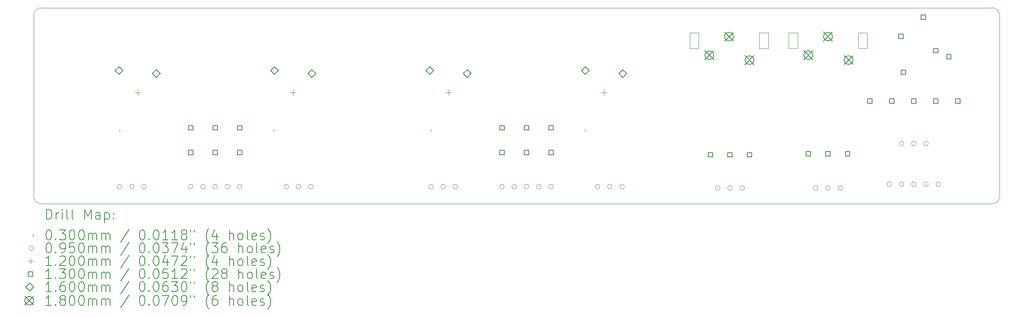
<source format=gbr>
%TF.GenerationSoftware,KiCad,Pcbnew,8.0.1*%
%TF.CreationDate,2024-04-12T14:20:24+02:00*%
%TF.ProjectId,C-Audio Input-Board (CIB),432d4175-6469-46f2-9049-6e7075742d42,rev?*%
%TF.SameCoordinates,Original*%
%TF.FileFunction,Drillmap*%
%TF.FilePolarity,Positive*%
%FSLAX45Y45*%
G04 Gerber Fmt 4.5, Leading zero omitted, Abs format (unit mm)*
G04 Created by KiCad (PCBNEW 8.0.1) date 2024-04-12 14:20:24*
%MOMM*%
%LPD*%
G01*
G04 APERTURE LIST*
%ADD10C,0.050000*%
%ADD11C,0.120000*%
%ADD12C,0.200000*%
%ADD13C,0.100000*%
%ADD14C,0.130000*%
%ADD15C,0.160000*%
%ADD16C,0.180000*%
G04 APERTURE END LIST*
D10*
X24650000Y-5650000D02*
X24650000Y-9350000D01*
X24650000Y-9350000D02*
G75*
G02*
X24500000Y-9500000I-150000J0D01*
G01*
X24500000Y-5500000D02*
G75*
G02*
X24650000Y-5650000I0J-150000D01*
G01*
X24500000Y-9500000D02*
X5100000Y-9500000D01*
X5100000Y-9500000D02*
G75*
G02*
X4950000Y-9350000I0J150000D01*
G01*
X5100000Y-5500000D02*
X24500000Y-5500000D01*
X4950000Y-9350000D02*
X4950000Y-5650000D01*
X4950000Y-5650000D02*
G75*
G02*
X5100000Y-5500000I150000J0D01*
G01*
D11*
X20530000Y-6327801D02*
X20350000Y-6327801D01*
X20350000Y-6007801D01*
X20530000Y-6007801D01*
X20530000Y-6327801D01*
X21950000Y-6327801D02*
X21770000Y-6327801D01*
X21770000Y-6007801D01*
X21950000Y-6007801D01*
X21950000Y-6327801D01*
X18510000Y-6328301D02*
X18330000Y-6328301D01*
X18330000Y-6008301D01*
X18510000Y-6008301D01*
X18510000Y-6328301D01*
X19930000Y-6328301D02*
X19750000Y-6328301D01*
X19750000Y-6008301D01*
X19930000Y-6008301D01*
X19930000Y-6328301D01*
D12*
D13*
X6685000Y-7985000D02*
X6715000Y-8015000D01*
X6715000Y-7985000D02*
X6685000Y-8015000D01*
X9835000Y-7985000D02*
X9865000Y-8015000D01*
X9865000Y-7985000D02*
X9835000Y-8015000D01*
X13035000Y-7985000D02*
X13065000Y-8015000D01*
X13065000Y-7985000D02*
X13035000Y-8015000D01*
X16185000Y-7985000D02*
X16215000Y-8015000D01*
X16215000Y-7985000D02*
X16185000Y-8015000D01*
X6747500Y-9150000D02*
G75*
G02*
X6652500Y-9150000I-47500J0D01*
G01*
X6652500Y-9150000D02*
G75*
G02*
X6747500Y-9150000I47500J0D01*
G01*
X6997500Y-9150000D02*
G75*
G02*
X6902500Y-9150000I-47500J0D01*
G01*
X6902500Y-9150000D02*
G75*
G02*
X6997500Y-9150000I47500J0D01*
G01*
X7247500Y-9150000D02*
G75*
G02*
X7152500Y-9150000I-47500J0D01*
G01*
X7152500Y-9150000D02*
G75*
G02*
X7247500Y-9150000I47500J0D01*
G01*
X8197500Y-9150000D02*
G75*
G02*
X8102500Y-9150000I-47500J0D01*
G01*
X8102500Y-9150000D02*
G75*
G02*
X8197500Y-9150000I47500J0D01*
G01*
X8447500Y-9150000D02*
G75*
G02*
X8352500Y-9150000I-47500J0D01*
G01*
X8352500Y-9150000D02*
G75*
G02*
X8447500Y-9150000I47500J0D01*
G01*
X8697500Y-9150000D02*
G75*
G02*
X8602500Y-9150000I-47500J0D01*
G01*
X8602500Y-9150000D02*
G75*
G02*
X8697500Y-9150000I47500J0D01*
G01*
X8947500Y-9150000D02*
G75*
G02*
X8852500Y-9150000I-47500J0D01*
G01*
X8852500Y-9150000D02*
G75*
G02*
X8947500Y-9150000I47500J0D01*
G01*
X9197500Y-9150000D02*
G75*
G02*
X9102500Y-9150000I-47500J0D01*
G01*
X9102500Y-9150000D02*
G75*
G02*
X9197500Y-9150000I47500J0D01*
G01*
X10147500Y-9150000D02*
G75*
G02*
X10052500Y-9150000I-47500J0D01*
G01*
X10052500Y-9150000D02*
G75*
G02*
X10147500Y-9150000I47500J0D01*
G01*
X10397500Y-9150000D02*
G75*
G02*
X10302500Y-9150000I-47500J0D01*
G01*
X10302500Y-9150000D02*
G75*
G02*
X10397500Y-9150000I47500J0D01*
G01*
X10647500Y-9150000D02*
G75*
G02*
X10552500Y-9150000I-47500J0D01*
G01*
X10552500Y-9150000D02*
G75*
G02*
X10647500Y-9150000I47500J0D01*
G01*
X13097500Y-9150000D02*
G75*
G02*
X13002500Y-9150000I-47500J0D01*
G01*
X13002500Y-9150000D02*
G75*
G02*
X13097500Y-9150000I47500J0D01*
G01*
X13347500Y-9150000D02*
G75*
G02*
X13252500Y-9150000I-47500J0D01*
G01*
X13252500Y-9150000D02*
G75*
G02*
X13347500Y-9150000I47500J0D01*
G01*
X13597500Y-9150000D02*
G75*
G02*
X13502500Y-9150000I-47500J0D01*
G01*
X13502500Y-9150000D02*
G75*
G02*
X13597500Y-9150000I47500J0D01*
G01*
X14547500Y-9150000D02*
G75*
G02*
X14452500Y-9150000I-47500J0D01*
G01*
X14452500Y-9150000D02*
G75*
G02*
X14547500Y-9150000I47500J0D01*
G01*
X14797500Y-9150000D02*
G75*
G02*
X14702500Y-9150000I-47500J0D01*
G01*
X14702500Y-9150000D02*
G75*
G02*
X14797500Y-9150000I47500J0D01*
G01*
X15047500Y-9150000D02*
G75*
G02*
X14952500Y-9150000I-47500J0D01*
G01*
X14952500Y-9150000D02*
G75*
G02*
X15047500Y-9150000I47500J0D01*
G01*
X15297500Y-9150000D02*
G75*
G02*
X15202500Y-9150000I-47500J0D01*
G01*
X15202500Y-9150000D02*
G75*
G02*
X15297500Y-9150000I47500J0D01*
G01*
X15547500Y-9150000D02*
G75*
G02*
X15452500Y-9150000I-47500J0D01*
G01*
X15452500Y-9150000D02*
G75*
G02*
X15547500Y-9150000I47500J0D01*
G01*
X16497500Y-9150000D02*
G75*
G02*
X16402500Y-9150000I-47500J0D01*
G01*
X16402500Y-9150000D02*
G75*
G02*
X16497500Y-9150000I47500J0D01*
G01*
X16747500Y-9150000D02*
G75*
G02*
X16652500Y-9150000I-47500J0D01*
G01*
X16652500Y-9150000D02*
G75*
G02*
X16747500Y-9150000I47500J0D01*
G01*
X16997500Y-9150000D02*
G75*
G02*
X16902500Y-9150000I-47500J0D01*
G01*
X16902500Y-9150000D02*
G75*
G02*
X16997500Y-9150000I47500J0D01*
G01*
X18947500Y-9180000D02*
G75*
G02*
X18852500Y-9180000I-47500J0D01*
G01*
X18852500Y-9180000D02*
G75*
G02*
X18947500Y-9180000I47500J0D01*
G01*
X19197500Y-9180000D02*
G75*
G02*
X19102500Y-9180000I-47500J0D01*
G01*
X19102500Y-9180000D02*
G75*
G02*
X19197500Y-9180000I47500J0D01*
G01*
X19447500Y-9180000D02*
G75*
G02*
X19352500Y-9180000I-47500J0D01*
G01*
X19352500Y-9180000D02*
G75*
G02*
X19447500Y-9180000I47500J0D01*
G01*
X20947500Y-9180000D02*
G75*
G02*
X20852500Y-9180000I-47500J0D01*
G01*
X20852500Y-9180000D02*
G75*
G02*
X20947500Y-9180000I47500J0D01*
G01*
X21197500Y-9180000D02*
G75*
G02*
X21102500Y-9180000I-47500J0D01*
G01*
X21102500Y-9180000D02*
G75*
G02*
X21197500Y-9180000I47500J0D01*
G01*
X21447500Y-9180000D02*
G75*
G02*
X21352500Y-9180000I-47500J0D01*
G01*
X21352500Y-9180000D02*
G75*
G02*
X21447500Y-9180000I47500J0D01*
G01*
X22447500Y-9100000D02*
G75*
G02*
X22352500Y-9100000I-47500J0D01*
G01*
X22352500Y-9100000D02*
G75*
G02*
X22447500Y-9100000I47500J0D01*
G01*
X22697500Y-8270000D02*
G75*
G02*
X22602500Y-8270000I-47500J0D01*
G01*
X22602500Y-8270000D02*
G75*
G02*
X22697500Y-8270000I47500J0D01*
G01*
X22697500Y-9100000D02*
G75*
G02*
X22602500Y-9100000I-47500J0D01*
G01*
X22602500Y-9100000D02*
G75*
G02*
X22697500Y-9100000I47500J0D01*
G01*
X22947500Y-8270000D02*
G75*
G02*
X22852500Y-8270000I-47500J0D01*
G01*
X22852500Y-8270000D02*
G75*
G02*
X22947500Y-8270000I47500J0D01*
G01*
X22947500Y-9100000D02*
G75*
G02*
X22852500Y-9100000I-47500J0D01*
G01*
X22852500Y-9100000D02*
G75*
G02*
X22947500Y-9100000I47500J0D01*
G01*
X23197500Y-8270000D02*
G75*
G02*
X23102500Y-8270000I-47500J0D01*
G01*
X23102500Y-8270000D02*
G75*
G02*
X23197500Y-8270000I47500J0D01*
G01*
X23197500Y-9100000D02*
G75*
G02*
X23102500Y-9100000I-47500J0D01*
G01*
X23102500Y-9100000D02*
G75*
G02*
X23197500Y-9100000I47500J0D01*
G01*
X23447500Y-9100000D02*
G75*
G02*
X23352500Y-9100000I-47500J0D01*
G01*
X23352500Y-9100000D02*
G75*
G02*
X23447500Y-9100000I47500J0D01*
G01*
D11*
X7069000Y-7166000D02*
X7069000Y-7286000D01*
X7009000Y-7226000D02*
X7129000Y-7226000D01*
X10239667Y-7166000D02*
X10239667Y-7286000D01*
X10179667Y-7226000D02*
X10299667Y-7226000D01*
X13410333Y-7166000D02*
X13410333Y-7286000D01*
X13350333Y-7226000D02*
X13470333Y-7226000D01*
X16581000Y-7166000D02*
X16581000Y-7286000D01*
X16521000Y-7226000D02*
X16641000Y-7226000D01*
D14*
X8195962Y-7995962D02*
X8195962Y-7904038D01*
X8104038Y-7904038D01*
X8104038Y-7995962D01*
X8195962Y-7995962D01*
X8195962Y-8495962D02*
X8195962Y-8404038D01*
X8104038Y-8404038D01*
X8104038Y-8495962D01*
X8195962Y-8495962D01*
X8695962Y-7995962D02*
X8695962Y-7904038D01*
X8604038Y-7904038D01*
X8604038Y-7995962D01*
X8695962Y-7995962D01*
X8695962Y-8495962D02*
X8695962Y-8404038D01*
X8604038Y-8404038D01*
X8604038Y-8495962D01*
X8695962Y-8495962D01*
X9195962Y-7995962D02*
X9195962Y-7904038D01*
X9104038Y-7904038D01*
X9104038Y-7995962D01*
X9195962Y-7995962D01*
X9195962Y-8495962D02*
X9195962Y-8404038D01*
X9104038Y-8404038D01*
X9104038Y-8495962D01*
X9195962Y-8495962D01*
X14545962Y-7995962D02*
X14545962Y-7904038D01*
X14454038Y-7904038D01*
X14454038Y-7995962D01*
X14545962Y-7995962D01*
X14545962Y-8495962D02*
X14545962Y-8404038D01*
X14454038Y-8404038D01*
X14454038Y-8495962D01*
X14545962Y-8495962D01*
X15045962Y-7995962D02*
X15045962Y-7904038D01*
X14954038Y-7904038D01*
X14954038Y-7995962D01*
X15045962Y-7995962D01*
X15045962Y-8495962D02*
X15045962Y-8404038D01*
X14954038Y-8404038D01*
X14954038Y-8495962D01*
X15045962Y-8495962D01*
X15545962Y-7995962D02*
X15545962Y-7904038D01*
X15454038Y-7904038D01*
X15454038Y-7995962D01*
X15545962Y-7995962D01*
X15545962Y-8495962D02*
X15545962Y-8404038D01*
X15454038Y-8404038D01*
X15454038Y-8495962D01*
X15545962Y-8495962D01*
X18795962Y-8545962D02*
X18795962Y-8454038D01*
X18704038Y-8454038D01*
X18704038Y-8545962D01*
X18795962Y-8545962D01*
X19195962Y-8545962D02*
X19195962Y-8454038D01*
X19104038Y-8454038D01*
X19104038Y-8545962D01*
X19195962Y-8545962D01*
X19595962Y-8545962D02*
X19595962Y-8454038D01*
X19504038Y-8454038D01*
X19504038Y-8545962D01*
X19595962Y-8545962D01*
X20795962Y-8525962D02*
X20795962Y-8434038D01*
X20704038Y-8434038D01*
X20704038Y-8525962D01*
X20795962Y-8525962D01*
X21195962Y-8525962D02*
X21195962Y-8434038D01*
X21104038Y-8434038D01*
X21104038Y-8525962D01*
X21195962Y-8525962D01*
X21595962Y-8525962D02*
X21595962Y-8434038D01*
X21504038Y-8434038D01*
X21504038Y-8525962D01*
X21595962Y-8525962D01*
X22045962Y-7445962D02*
X22045962Y-7354038D01*
X21954038Y-7354038D01*
X21954038Y-7445962D01*
X22045962Y-7445962D01*
X22495962Y-7445962D02*
X22495962Y-7354038D01*
X22404038Y-7354038D01*
X22404038Y-7445962D01*
X22495962Y-7445962D01*
X22682211Y-6130962D02*
X22682211Y-6039038D01*
X22590286Y-6039038D01*
X22590286Y-6130962D01*
X22682211Y-6130962D01*
X22732211Y-6860962D02*
X22732211Y-6769038D01*
X22640286Y-6769038D01*
X22640286Y-6860962D01*
X22732211Y-6860962D01*
X22945962Y-7445962D02*
X22945962Y-7354038D01*
X22854038Y-7354038D01*
X22854038Y-7445962D01*
X22945962Y-7445962D01*
X23142211Y-5740962D02*
X23142211Y-5649038D01*
X23050286Y-5649038D01*
X23050286Y-5740962D01*
X23142211Y-5740962D01*
X23392211Y-6420962D02*
X23392211Y-6329038D01*
X23300286Y-6329038D01*
X23300286Y-6420962D01*
X23392211Y-6420962D01*
X23395962Y-7445962D02*
X23395962Y-7354038D01*
X23304038Y-7354038D01*
X23304038Y-7445962D01*
X23395962Y-7445962D01*
X23662211Y-6540962D02*
X23662211Y-6449038D01*
X23570286Y-6449038D01*
X23570286Y-6540962D01*
X23662211Y-6540962D01*
X23845962Y-7445962D02*
X23845962Y-7354038D01*
X23754038Y-7354038D01*
X23754038Y-7445962D01*
X23845962Y-7445962D01*
D15*
X6688000Y-6861000D02*
X6768000Y-6781000D01*
X6688000Y-6701000D01*
X6608000Y-6781000D01*
X6688000Y-6861000D01*
X7450000Y-6924500D02*
X7530000Y-6844500D01*
X7450000Y-6764500D01*
X7370000Y-6844500D01*
X7450000Y-6924500D01*
X9858667Y-6861000D02*
X9938667Y-6781000D01*
X9858667Y-6701000D01*
X9778667Y-6781000D01*
X9858667Y-6861000D01*
X10620667Y-6924500D02*
X10700667Y-6844500D01*
X10620667Y-6764500D01*
X10540667Y-6844500D01*
X10620667Y-6924500D01*
X13029333Y-6861000D02*
X13109333Y-6781000D01*
X13029333Y-6701000D01*
X12949333Y-6781000D01*
X13029333Y-6861000D01*
X13791333Y-6924500D02*
X13871333Y-6844500D01*
X13791333Y-6764500D01*
X13711333Y-6844500D01*
X13791333Y-6924500D01*
X16200000Y-6861000D02*
X16280000Y-6781000D01*
X16200000Y-6701000D01*
X16120000Y-6781000D01*
X16200000Y-6861000D01*
X16962000Y-6924500D02*
X17042000Y-6844500D01*
X16962000Y-6764500D01*
X16882000Y-6844500D01*
X16962000Y-6924500D01*
D16*
X18640000Y-6378301D02*
X18820000Y-6558301D01*
X18820000Y-6378301D02*
X18640000Y-6558301D01*
X18820000Y-6468301D02*
G75*
G02*
X18640000Y-6468301I-90000J0D01*
G01*
X18640000Y-6468301D02*
G75*
G02*
X18820000Y-6468301I90000J0D01*
G01*
X19040000Y-5998301D02*
X19220000Y-6178301D01*
X19220000Y-5998301D02*
X19040000Y-6178301D01*
X19220000Y-6088301D02*
G75*
G02*
X19040000Y-6088301I-90000J0D01*
G01*
X19040000Y-6088301D02*
G75*
G02*
X19220000Y-6088301I90000J0D01*
G01*
X19460000Y-6478301D02*
X19640000Y-6658301D01*
X19640000Y-6478301D02*
X19460000Y-6658301D01*
X19640000Y-6568301D02*
G75*
G02*
X19460000Y-6568301I-90000J0D01*
G01*
X19460000Y-6568301D02*
G75*
G02*
X19640000Y-6568301I90000J0D01*
G01*
X20660000Y-6377801D02*
X20840000Y-6557801D01*
X20840000Y-6377801D02*
X20660000Y-6557801D01*
X20840000Y-6467801D02*
G75*
G02*
X20660000Y-6467801I-90000J0D01*
G01*
X20660000Y-6467801D02*
G75*
G02*
X20840000Y-6467801I90000J0D01*
G01*
X21060000Y-5997801D02*
X21240000Y-6177801D01*
X21240000Y-5997801D02*
X21060000Y-6177801D01*
X21240000Y-6087801D02*
G75*
G02*
X21060000Y-6087801I-90000J0D01*
G01*
X21060000Y-6087801D02*
G75*
G02*
X21240000Y-6087801I90000J0D01*
G01*
X21480000Y-6477801D02*
X21660000Y-6657801D01*
X21660000Y-6477801D02*
X21480000Y-6657801D01*
X21660000Y-6567801D02*
G75*
G02*
X21480000Y-6567801I-90000J0D01*
G01*
X21480000Y-6567801D02*
G75*
G02*
X21660000Y-6567801I90000J0D01*
G01*
D12*
X5208277Y-9813984D02*
X5208277Y-9613984D01*
X5208277Y-9613984D02*
X5255896Y-9613984D01*
X5255896Y-9613984D02*
X5284467Y-9623508D01*
X5284467Y-9623508D02*
X5303515Y-9642555D01*
X5303515Y-9642555D02*
X5313039Y-9661603D01*
X5313039Y-9661603D02*
X5322563Y-9699698D01*
X5322563Y-9699698D02*
X5322563Y-9728270D01*
X5322563Y-9728270D02*
X5313039Y-9766365D01*
X5313039Y-9766365D02*
X5303515Y-9785412D01*
X5303515Y-9785412D02*
X5284467Y-9804460D01*
X5284467Y-9804460D02*
X5255896Y-9813984D01*
X5255896Y-9813984D02*
X5208277Y-9813984D01*
X5408277Y-9813984D02*
X5408277Y-9680650D01*
X5408277Y-9718746D02*
X5417801Y-9699698D01*
X5417801Y-9699698D02*
X5427324Y-9690174D01*
X5427324Y-9690174D02*
X5446372Y-9680650D01*
X5446372Y-9680650D02*
X5465420Y-9680650D01*
X5532086Y-9813984D02*
X5532086Y-9680650D01*
X5532086Y-9613984D02*
X5522563Y-9623508D01*
X5522563Y-9623508D02*
X5532086Y-9633031D01*
X5532086Y-9633031D02*
X5541610Y-9623508D01*
X5541610Y-9623508D02*
X5532086Y-9613984D01*
X5532086Y-9613984D02*
X5532086Y-9633031D01*
X5655896Y-9813984D02*
X5636848Y-9804460D01*
X5636848Y-9804460D02*
X5627324Y-9785412D01*
X5627324Y-9785412D02*
X5627324Y-9613984D01*
X5760658Y-9813984D02*
X5741610Y-9804460D01*
X5741610Y-9804460D02*
X5732086Y-9785412D01*
X5732086Y-9785412D02*
X5732086Y-9613984D01*
X5989229Y-9813984D02*
X5989229Y-9613984D01*
X5989229Y-9613984D02*
X6055896Y-9756841D01*
X6055896Y-9756841D02*
X6122562Y-9613984D01*
X6122562Y-9613984D02*
X6122562Y-9813984D01*
X6303515Y-9813984D02*
X6303515Y-9709222D01*
X6303515Y-9709222D02*
X6293991Y-9690174D01*
X6293991Y-9690174D02*
X6274943Y-9680650D01*
X6274943Y-9680650D02*
X6236848Y-9680650D01*
X6236848Y-9680650D02*
X6217801Y-9690174D01*
X6303515Y-9804460D02*
X6284467Y-9813984D01*
X6284467Y-9813984D02*
X6236848Y-9813984D01*
X6236848Y-9813984D02*
X6217801Y-9804460D01*
X6217801Y-9804460D02*
X6208277Y-9785412D01*
X6208277Y-9785412D02*
X6208277Y-9766365D01*
X6208277Y-9766365D02*
X6217801Y-9747317D01*
X6217801Y-9747317D02*
X6236848Y-9737793D01*
X6236848Y-9737793D02*
X6284467Y-9737793D01*
X6284467Y-9737793D02*
X6303515Y-9728270D01*
X6398753Y-9680650D02*
X6398753Y-9880650D01*
X6398753Y-9690174D02*
X6417801Y-9680650D01*
X6417801Y-9680650D02*
X6455896Y-9680650D01*
X6455896Y-9680650D02*
X6474943Y-9690174D01*
X6474943Y-9690174D02*
X6484467Y-9699698D01*
X6484467Y-9699698D02*
X6493991Y-9718746D01*
X6493991Y-9718746D02*
X6493991Y-9775889D01*
X6493991Y-9775889D02*
X6484467Y-9794936D01*
X6484467Y-9794936D02*
X6474943Y-9804460D01*
X6474943Y-9804460D02*
X6455896Y-9813984D01*
X6455896Y-9813984D02*
X6417801Y-9813984D01*
X6417801Y-9813984D02*
X6398753Y-9804460D01*
X6579705Y-9794936D02*
X6589229Y-9804460D01*
X6589229Y-9804460D02*
X6579705Y-9813984D01*
X6579705Y-9813984D02*
X6570182Y-9804460D01*
X6570182Y-9804460D02*
X6579705Y-9794936D01*
X6579705Y-9794936D02*
X6579705Y-9813984D01*
X6579705Y-9690174D02*
X6589229Y-9699698D01*
X6589229Y-9699698D02*
X6579705Y-9709222D01*
X6579705Y-9709222D02*
X6570182Y-9699698D01*
X6570182Y-9699698D02*
X6579705Y-9690174D01*
X6579705Y-9690174D02*
X6579705Y-9709222D01*
D13*
X4917500Y-10127500D02*
X4947500Y-10157500D01*
X4947500Y-10127500D02*
X4917500Y-10157500D01*
D12*
X5246372Y-10033984D02*
X5265420Y-10033984D01*
X5265420Y-10033984D02*
X5284467Y-10043508D01*
X5284467Y-10043508D02*
X5293991Y-10053031D01*
X5293991Y-10053031D02*
X5303515Y-10072079D01*
X5303515Y-10072079D02*
X5313039Y-10110174D01*
X5313039Y-10110174D02*
X5313039Y-10157793D01*
X5313039Y-10157793D02*
X5303515Y-10195889D01*
X5303515Y-10195889D02*
X5293991Y-10214936D01*
X5293991Y-10214936D02*
X5284467Y-10224460D01*
X5284467Y-10224460D02*
X5265420Y-10233984D01*
X5265420Y-10233984D02*
X5246372Y-10233984D01*
X5246372Y-10233984D02*
X5227324Y-10224460D01*
X5227324Y-10224460D02*
X5217801Y-10214936D01*
X5217801Y-10214936D02*
X5208277Y-10195889D01*
X5208277Y-10195889D02*
X5198753Y-10157793D01*
X5198753Y-10157793D02*
X5198753Y-10110174D01*
X5198753Y-10110174D02*
X5208277Y-10072079D01*
X5208277Y-10072079D02*
X5217801Y-10053031D01*
X5217801Y-10053031D02*
X5227324Y-10043508D01*
X5227324Y-10043508D02*
X5246372Y-10033984D01*
X5398753Y-10214936D02*
X5408277Y-10224460D01*
X5408277Y-10224460D02*
X5398753Y-10233984D01*
X5398753Y-10233984D02*
X5389229Y-10224460D01*
X5389229Y-10224460D02*
X5398753Y-10214936D01*
X5398753Y-10214936D02*
X5398753Y-10233984D01*
X5474944Y-10033984D02*
X5598753Y-10033984D01*
X5598753Y-10033984D02*
X5532086Y-10110174D01*
X5532086Y-10110174D02*
X5560658Y-10110174D01*
X5560658Y-10110174D02*
X5579705Y-10119698D01*
X5579705Y-10119698D02*
X5589229Y-10129222D01*
X5589229Y-10129222D02*
X5598753Y-10148270D01*
X5598753Y-10148270D02*
X5598753Y-10195889D01*
X5598753Y-10195889D02*
X5589229Y-10214936D01*
X5589229Y-10214936D02*
X5579705Y-10224460D01*
X5579705Y-10224460D02*
X5560658Y-10233984D01*
X5560658Y-10233984D02*
X5503515Y-10233984D01*
X5503515Y-10233984D02*
X5484467Y-10224460D01*
X5484467Y-10224460D02*
X5474944Y-10214936D01*
X5722562Y-10033984D02*
X5741610Y-10033984D01*
X5741610Y-10033984D02*
X5760658Y-10043508D01*
X5760658Y-10043508D02*
X5770182Y-10053031D01*
X5770182Y-10053031D02*
X5779705Y-10072079D01*
X5779705Y-10072079D02*
X5789229Y-10110174D01*
X5789229Y-10110174D02*
X5789229Y-10157793D01*
X5789229Y-10157793D02*
X5779705Y-10195889D01*
X5779705Y-10195889D02*
X5770182Y-10214936D01*
X5770182Y-10214936D02*
X5760658Y-10224460D01*
X5760658Y-10224460D02*
X5741610Y-10233984D01*
X5741610Y-10233984D02*
X5722562Y-10233984D01*
X5722562Y-10233984D02*
X5703515Y-10224460D01*
X5703515Y-10224460D02*
X5693991Y-10214936D01*
X5693991Y-10214936D02*
X5684467Y-10195889D01*
X5684467Y-10195889D02*
X5674943Y-10157793D01*
X5674943Y-10157793D02*
X5674943Y-10110174D01*
X5674943Y-10110174D02*
X5684467Y-10072079D01*
X5684467Y-10072079D02*
X5693991Y-10053031D01*
X5693991Y-10053031D02*
X5703515Y-10043508D01*
X5703515Y-10043508D02*
X5722562Y-10033984D01*
X5913039Y-10033984D02*
X5932086Y-10033984D01*
X5932086Y-10033984D02*
X5951134Y-10043508D01*
X5951134Y-10043508D02*
X5960658Y-10053031D01*
X5960658Y-10053031D02*
X5970182Y-10072079D01*
X5970182Y-10072079D02*
X5979705Y-10110174D01*
X5979705Y-10110174D02*
X5979705Y-10157793D01*
X5979705Y-10157793D02*
X5970182Y-10195889D01*
X5970182Y-10195889D02*
X5960658Y-10214936D01*
X5960658Y-10214936D02*
X5951134Y-10224460D01*
X5951134Y-10224460D02*
X5932086Y-10233984D01*
X5932086Y-10233984D02*
X5913039Y-10233984D01*
X5913039Y-10233984D02*
X5893991Y-10224460D01*
X5893991Y-10224460D02*
X5884467Y-10214936D01*
X5884467Y-10214936D02*
X5874943Y-10195889D01*
X5874943Y-10195889D02*
X5865420Y-10157793D01*
X5865420Y-10157793D02*
X5865420Y-10110174D01*
X5865420Y-10110174D02*
X5874943Y-10072079D01*
X5874943Y-10072079D02*
X5884467Y-10053031D01*
X5884467Y-10053031D02*
X5893991Y-10043508D01*
X5893991Y-10043508D02*
X5913039Y-10033984D01*
X6065420Y-10233984D02*
X6065420Y-10100650D01*
X6065420Y-10119698D02*
X6074943Y-10110174D01*
X6074943Y-10110174D02*
X6093991Y-10100650D01*
X6093991Y-10100650D02*
X6122563Y-10100650D01*
X6122563Y-10100650D02*
X6141610Y-10110174D01*
X6141610Y-10110174D02*
X6151134Y-10129222D01*
X6151134Y-10129222D02*
X6151134Y-10233984D01*
X6151134Y-10129222D02*
X6160658Y-10110174D01*
X6160658Y-10110174D02*
X6179705Y-10100650D01*
X6179705Y-10100650D02*
X6208277Y-10100650D01*
X6208277Y-10100650D02*
X6227324Y-10110174D01*
X6227324Y-10110174D02*
X6236848Y-10129222D01*
X6236848Y-10129222D02*
X6236848Y-10233984D01*
X6332086Y-10233984D02*
X6332086Y-10100650D01*
X6332086Y-10119698D02*
X6341610Y-10110174D01*
X6341610Y-10110174D02*
X6360658Y-10100650D01*
X6360658Y-10100650D02*
X6389229Y-10100650D01*
X6389229Y-10100650D02*
X6408277Y-10110174D01*
X6408277Y-10110174D02*
X6417801Y-10129222D01*
X6417801Y-10129222D02*
X6417801Y-10233984D01*
X6417801Y-10129222D02*
X6427324Y-10110174D01*
X6427324Y-10110174D02*
X6446372Y-10100650D01*
X6446372Y-10100650D02*
X6474943Y-10100650D01*
X6474943Y-10100650D02*
X6493991Y-10110174D01*
X6493991Y-10110174D02*
X6503515Y-10129222D01*
X6503515Y-10129222D02*
X6503515Y-10233984D01*
X6893991Y-10024460D02*
X6722563Y-10281603D01*
X7151134Y-10033984D02*
X7170182Y-10033984D01*
X7170182Y-10033984D02*
X7189229Y-10043508D01*
X7189229Y-10043508D02*
X7198753Y-10053031D01*
X7198753Y-10053031D02*
X7208277Y-10072079D01*
X7208277Y-10072079D02*
X7217801Y-10110174D01*
X7217801Y-10110174D02*
X7217801Y-10157793D01*
X7217801Y-10157793D02*
X7208277Y-10195889D01*
X7208277Y-10195889D02*
X7198753Y-10214936D01*
X7198753Y-10214936D02*
X7189229Y-10224460D01*
X7189229Y-10224460D02*
X7170182Y-10233984D01*
X7170182Y-10233984D02*
X7151134Y-10233984D01*
X7151134Y-10233984D02*
X7132086Y-10224460D01*
X7132086Y-10224460D02*
X7122563Y-10214936D01*
X7122563Y-10214936D02*
X7113039Y-10195889D01*
X7113039Y-10195889D02*
X7103515Y-10157793D01*
X7103515Y-10157793D02*
X7103515Y-10110174D01*
X7103515Y-10110174D02*
X7113039Y-10072079D01*
X7113039Y-10072079D02*
X7122563Y-10053031D01*
X7122563Y-10053031D02*
X7132086Y-10043508D01*
X7132086Y-10043508D02*
X7151134Y-10033984D01*
X7303515Y-10214936D02*
X7313039Y-10224460D01*
X7313039Y-10224460D02*
X7303515Y-10233984D01*
X7303515Y-10233984D02*
X7293991Y-10224460D01*
X7293991Y-10224460D02*
X7303515Y-10214936D01*
X7303515Y-10214936D02*
X7303515Y-10233984D01*
X7436848Y-10033984D02*
X7455896Y-10033984D01*
X7455896Y-10033984D02*
X7474944Y-10043508D01*
X7474944Y-10043508D02*
X7484467Y-10053031D01*
X7484467Y-10053031D02*
X7493991Y-10072079D01*
X7493991Y-10072079D02*
X7503515Y-10110174D01*
X7503515Y-10110174D02*
X7503515Y-10157793D01*
X7503515Y-10157793D02*
X7493991Y-10195889D01*
X7493991Y-10195889D02*
X7484467Y-10214936D01*
X7484467Y-10214936D02*
X7474944Y-10224460D01*
X7474944Y-10224460D02*
X7455896Y-10233984D01*
X7455896Y-10233984D02*
X7436848Y-10233984D01*
X7436848Y-10233984D02*
X7417801Y-10224460D01*
X7417801Y-10224460D02*
X7408277Y-10214936D01*
X7408277Y-10214936D02*
X7398753Y-10195889D01*
X7398753Y-10195889D02*
X7389229Y-10157793D01*
X7389229Y-10157793D02*
X7389229Y-10110174D01*
X7389229Y-10110174D02*
X7398753Y-10072079D01*
X7398753Y-10072079D02*
X7408277Y-10053031D01*
X7408277Y-10053031D02*
X7417801Y-10043508D01*
X7417801Y-10043508D02*
X7436848Y-10033984D01*
X7693991Y-10233984D02*
X7579706Y-10233984D01*
X7636848Y-10233984D02*
X7636848Y-10033984D01*
X7636848Y-10033984D02*
X7617801Y-10062555D01*
X7617801Y-10062555D02*
X7598753Y-10081603D01*
X7598753Y-10081603D02*
X7579706Y-10091127D01*
X7884467Y-10233984D02*
X7770182Y-10233984D01*
X7827325Y-10233984D02*
X7827325Y-10033984D01*
X7827325Y-10033984D02*
X7808277Y-10062555D01*
X7808277Y-10062555D02*
X7789229Y-10081603D01*
X7789229Y-10081603D02*
X7770182Y-10091127D01*
X7998753Y-10119698D02*
X7979706Y-10110174D01*
X7979706Y-10110174D02*
X7970182Y-10100650D01*
X7970182Y-10100650D02*
X7960658Y-10081603D01*
X7960658Y-10081603D02*
X7960658Y-10072079D01*
X7960658Y-10072079D02*
X7970182Y-10053031D01*
X7970182Y-10053031D02*
X7979706Y-10043508D01*
X7979706Y-10043508D02*
X7998753Y-10033984D01*
X7998753Y-10033984D02*
X8036848Y-10033984D01*
X8036848Y-10033984D02*
X8055896Y-10043508D01*
X8055896Y-10043508D02*
X8065420Y-10053031D01*
X8065420Y-10053031D02*
X8074944Y-10072079D01*
X8074944Y-10072079D02*
X8074944Y-10081603D01*
X8074944Y-10081603D02*
X8065420Y-10100650D01*
X8065420Y-10100650D02*
X8055896Y-10110174D01*
X8055896Y-10110174D02*
X8036848Y-10119698D01*
X8036848Y-10119698D02*
X7998753Y-10119698D01*
X7998753Y-10119698D02*
X7979706Y-10129222D01*
X7979706Y-10129222D02*
X7970182Y-10138746D01*
X7970182Y-10138746D02*
X7960658Y-10157793D01*
X7960658Y-10157793D02*
X7960658Y-10195889D01*
X7960658Y-10195889D02*
X7970182Y-10214936D01*
X7970182Y-10214936D02*
X7979706Y-10224460D01*
X7979706Y-10224460D02*
X7998753Y-10233984D01*
X7998753Y-10233984D02*
X8036848Y-10233984D01*
X8036848Y-10233984D02*
X8055896Y-10224460D01*
X8055896Y-10224460D02*
X8065420Y-10214936D01*
X8065420Y-10214936D02*
X8074944Y-10195889D01*
X8074944Y-10195889D02*
X8074944Y-10157793D01*
X8074944Y-10157793D02*
X8065420Y-10138746D01*
X8065420Y-10138746D02*
X8055896Y-10129222D01*
X8055896Y-10129222D02*
X8036848Y-10119698D01*
X8151134Y-10033984D02*
X8151134Y-10072079D01*
X8227325Y-10033984D02*
X8227325Y-10072079D01*
X8522563Y-10310174D02*
X8513039Y-10300650D01*
X8513039Y-10300650D02*
X8493991Y-10272079D01*
X8493991Y-10272079D02*
X8484468Y-10253031D01*
X8484468Y-10253031D02*
X8474944Y-10224460D01*
X8474944Y-10224460D02*
X8465420Y-10176841D01*
X8465420Y-10176841D02*
X8465420Y-10138746D01*
X8465420Y-10138746D02*
X8474944Y-10091127D01*
X8474944Y-10091127D02*
X8484468Y-10062555D01*
X8484468Y-10062555D02*
X8493991Y-10043508D01*
X8493991Y-10043508D02*
X8513039Y-10014936D01*
X8513039Y-10014936D02*
X8522563Y-10005412D01*
X8684468Y-10100650D02*
X8684468Y-10233984D01*
X8636849Y-10024460D02*
X8589230Y-10167317D01*
X8589230Y-10167317D02*
X8713039Y-10167317D01*
X8941611Y-10233984D02*
X8941611Y-10033984D01*
X9027325Y-10233984D02*
X9027325Y-10129222D01*
X9027325Y-10129222D02*
X9017801Y-10110174D01*
X9017801Y-10110174D02*
X8998753Y-10100650D01*
X8998753Y-10100650D02*
X8970182Y-10100650D01*
X8970182Y-10100650D02*
X8951134Y-10110174D01*
X8951134Y-10110174D02*
X8941611Y-10119698D01*
X9151134Y-10233984D02*
X9132087Y-10224460D01*
X9132087Y-10224460D02*
X9122563Y-10214936D01*
X9122563Y-10214936D02*
X9113039Y-10195889D01*
X9113039Y-10195889D02*
X9113039Y-10138746D01*
X9113039Y-10138746D02*
X9122563Y-10119698D01*
X9122563Y-10119698D02*
X9132087Y-10110174D01*
X9132087Y-10110174D02*
X9151134Y-10100650D01*
X9151134Y-10100650D02*
X9179706Y-10100650D01*
X9179706Y-10100650D02*
X9198753Y-10110174D01*
X9198753Y-10110174D02*
X9208277Y-10119698D01*
X9208277Y-10119698D02*
X9217801Y-10138746D01*
X9217801Y-10138746D02*
X9217801Y-10195889D01*
X9217801Y-10195889D02*
X9208277Y-10214936D01*
X9208277Y-10214936D02*
X9198753Y-10224460D01*
X9198753Y-10224460D02*
X9179706Y-10233984D01*
X9179706Y-10233984D02*
X9151134Y-10233984D01*
X9332087Y-10233984D02*
X9313039Y-10224460D01*
X9313039Y-10224460D02*
X9303515Y-10205412D01*
X9303515Y-10205412D02*
X9303515Y-10033984D01*
X9484468Y-10224460D02*
X9465420Y-10233984D01*
X9465420Y-10233984D02*
X9427325Y-10233984D01*
X9427325Y-10233984D02*
X9408277Y-10224460D01*
X9408277Y-10224460D02*
X9398753Y-10205412D01*
X9398753Y-10205412D02*
X9398753Y-10129222D01*
X9398753Y-10129222D02*
X9408277Y-10110174D01*
X9408277Y-10110174D02*
X9427325Y-10100650D01*
X9427325Y-10100650D02*
X9465420Y-10100650D01*
X9465420Y-10100650D02*
X9484468Y-10110174D01*
X9484468Y-10110174D02*
X9493992Y-10129222D01*
X9493992Y-10129222D02*
X9493992Y-10148270D01*
X9493992Y-10148270D02*
X9398753Y-10167317D01*
X9570182Y-10224460D02*
X9589230Y-10233984D01*
X9589230Y-10233984D02*
X9627325Y-10233984D01*
X9627325Y-10233984D02*
X9646373Y-10224460D01*
X9646373Y-10224460D02*
X9655896Y-10205412D01*
X9655896Y-10205412D02*
X9655896Y-10195889D01*
X9655896Y-10195889D02*
X9646373Y-10176841D01*
X9646373Y-10176841D02*
X9627325Y-10167317D01*
X9627325Y-10167317D02*
X9598753Y-10167317D01*
X9598753Y-10167317D02*
X9579706Y-10157793D01*
X9579706Y-10157793D02*
X9570182Y-10138746D01*
X9570182Y-10138746D02*
X9570182Y-10129222D01*
X9570182Y-10129222D02*
X9579706Y-10110174D01*
X9579706Y-10110174D02*
X9598753Y-10100650D01*
X9598753Y-10100650D02*
X9627325Y-10100650D01*
X9627325Y-10100650D02*
X9646373Y-10110174D01*
X9722563Y-10310174D02*
X9732087Y-10300650D01*
X9732087Y-10300650D02*
X9751134Y-10272079D01*
X9751134Y-10272079D02*
X9760658Y-10253031D01*
X9760658Y-10253031D02*
X9770182Y-10224460D01*
X9770182Y-10224460D02*
X9779706Y-10176841D01*
X9779706Y-10176841D02*
X9779706Y-10138746D01*
X9779706Y-10138746D02*
X9770182Y-10091127D01*
X9770182Y-10091127D02*
X9760658Y-10062555D01*
X9760658Y-10062555D02*
X9751134Y-10043508D01*
X9751134Y-10043508D02*
X9732087Y-10014936D01*
X9732087Y-10014936D02*
X9722563Y-10005412D01*
D13*
X4947500Y-10406500D02*
G75*
G02*
X4852500Y-10406500I-47500J0D01*
G01*
X4852500Y-10406500D02*
G75*
G02*
X4947500Y-10406500I47500J0D01*
G01*
D12*
X5246372Y-10297984D02*
X5265420Y-10297984D01*
X5265420Y-10297984D02*
X5284467Y-10307508D01*
X5284467Y-10307508D02*
X5293991Y-10317031D01*
X5293991Y-10317031D02*
X5303515Y-10336079D01*
X5303515Y-10336079D02*
X5313039Y-10374174D01*
X5313039Y-10374174D02*
X5313039Y-10421793D01*
X5313039Y-10421793D02*
X5303515Y-10459889D01*
X5303515Y-10459889D02*
X5293991Y-10478936D01*
X5293991Y-10478936D02*
X5284467Y-10488460D01*
X5284467Y-10488460D02*
X5265420Y-10497984D01*
X5265420Y-10497984D02*
X5246372Y-10497984D01*
X5246372Y-10497984D02*
X5227324Y-10488460D01*
X5227324Y-10488460D02*
X5217801Y-10478936D01*
X5217801Y-10478936D02*
X5208277Y-10459889D01*
X5208277Y-10459889D02*
X5198753Y-10421793D01*
X5198753Y-10421793D02*
X5198753Y-10374174D01*
X5198753Y-10374174D02*
X5208277Y-10336079D01*
X5208277Y-10336079D02*
X5217801Y-10317031D01*
X5217801Y-10317031D02*
X5227324Y-10307508D01*
X5227324Y-10307508D02*
X5246372Y-10297984D01*
X5398753Y-10478936D02*
X5408277Y-10488460D01*
X5408277Y-10488460D02*
X5398753Y-10497984D01*
X5398753Y-10497984D02*
X5389229Y-10488460D01*
X5389229Y-10488460D02*
X5398753Y-10478936D01*
X5398753Y-10478936D02*
X5398753Y-10497984D01*
X5503515Y-10497984D02*
X5541610Y-10497984D01*
X5541610Y-10497984D02*
X5560658Y-10488460D01*
X5560658Y-10488460D02*
X5570182Y-10478936D01*
X5570182Y-10478936D02*
X5589229Y-10450365D01*
X5589229Y-10450365D02*
X5598753Y-10412270D01*
X5598753Y-10412270D02*
X5598753Y-10336079D01*
X5598753Y-10336079D02*
X5589229Y-10317031D01*
X5589229Y-10317031D02*
X5579705Y-10307508D01*
X5579705Y-10307508D02*
X5560658Y-10297984D01*
X5560658Y-10297984D02*
X5522563Y-10297984D01*
X5522563Y-10297984D02*
X5503515Y-10307508D01*
X5503515Y-10307508D02*
X5493991Y-10317031D01*
X5493991Y-10317031D02*
X5484467Y-10336079D01*
X5484467Y-10336079D02*
X5484467Y-10383698D01*
X5484467Y-10383698D02*
X5493991Y-10402746D01*
X5493991Y-10402746D02*
X5503515Y-10412270D01*
X5503515Y-10412270D02*
X5522563Y-10421793D01*
X5522563Y-10421793D02*
X5560658Y-10421793D01*
X5560658Y-10421793D02*
X5579705Y-10412270D01*
X5579705Y-10412270D02*
X5589229Y-10402746D01*
X5589229Y-10402746D02*
X5598753Y-10383698D01*
X5779705Y-10297984D02*
X5684467Y-10297984D01*
X5684467Y-10297984D02*
X5674943Y-10393222D01*
X5674943Y-10393222D02*
X5684467Y-10383698D01*
X5684467Y-10383698D02*
X5703515Y-10374174D01*
X5703515Y-10374174D02*
X5751134Y-10374174D01*
X5751134Y-10374174D02*
X5770182Y-10383698D01*
X5770182Y-10383698D02*
X5779705Y-10393222D01*
X5779705Y-10393222D02*
X5789229Y-10412270D01*
X5789229Y-10412270D02*
X5789229Y-10459889D01*
X5789229Y-10459889D02*
X5779705Y-10478936D01*
X5779705Y-10478936D02*
X5770182Y-10488460D01*
X5770182Y-10488460D02*
X5751134Y-10497984D01*
X5751134Y-10497984D02*
X5703515Y-10497984D01*
X5703515Y-10497984D02*
X5684467Y-10488460D01*
X5684467Y-10488460D02*
X5674943Y-10478936D01*
X5913039Y-10297984D02*
X5932086Y-10297984D01*
X5932086Y-10297984D02*
X5951134Y-10307508D01*
X5951134Y-10307508D02*
X5960658Y-10317031D01*
X5960658Y-10317031D02*
X5970182Y-10336079D01*
X5970182Y-10336079D02*
X5979705Y-10374174D01*
X5979705Y-10374174D02*
X5979705Y-10421793D01*
X5979705Y-10421793D02*
X5970182Y-10459889D01*
X5970182Y-10459889D02*
X5960658Y-10478936D01*
X5960658Y-10478936D02*
X5951134Y-10488460D01*
X5951134Y-10488460D02*
X5932086Y-10497984D01*
X5932086Y-10497984D02*
X5913039Y-10497984D01*
X5913039Y-10497984D02*
X5893991Y-10488460D01*
X5893991Y-10488460D02*
X5884467Y-10478936D01*
X5884467Y-10478936D02*
X5874943Y-10459889D01*
X5874943Y-10459889D02*
X5865420Y-10421793D01*
X5865420Y-10421793D02*
X5865420Y-10374174D01*
X5865420Y-10374174D02*
X5874943Y-10336079D01*
X5874943Y-10336079D02*
X5884467Y-10317031D01*
X5884467Y-10317031D02*
X5893991Y-10307508D01*
X5893991Y-10307508D02*
X5913039Y-10297984D01*
X6065420Y-10497984D02*
X6065420Y-10364650D01*
X6065420Y-10383698D02*
X6074943Y-10374174D01*
X6074943Y-10374174D02*
X6093991Y-10364650D01*
X6093991Y-10364650D02*
X6122563Y-10364650D01*
X6122563Y-10364650D02*
X6141610Y-10374174D01*
X6141610Y-10374174D02*
X6151134Y-10393222D01*
X6151134Y-10393222D02*
X6151134Y-10497984D01*
X6151134Y-10393222D02*
X6160658Y-10374174D01*
X6160658Y-10374174D02*
X6179705Y-10364650D01*
X6179705Y-10364650D02*
X6208277Y-10364650D01*
X6208277Y-10364650D02*
X6227324Y-10374174D01*
X6227324Y-10374174D02*
X6236848Y-10393222D01*
X6236848Y-10393222D02*
X6236848Y-10497984D01*
X6332086Y-10497984D02*
X6332086Y-10364650D01*
X6332086Y-10383698D02*
X6341610Y-10374174D01*
X6341610Y-10374174D02*
X6360658Y-10364650D01*
X6360658Y-10364650D02*
X6389229Y-10364650D01*
X6389229Y-10364650D02*
X6408277Y-10374174D01*
X6408277Y-10374174D02*
X6417801Y-10393222D01*
X6417801Y-10393222D02*
X6417801Y-10497984D01*
X6417801Y-10393222D02*
X6427324Y-10374174D01*
X6427324Y-10374174D02*
X6446372Y-10364650D01*
X6446372Y-10364650D02*
X6474943Y-10364650D01*
X6474943Y-10364650D02*
X6493991Y-10374174D01*
X6493991Y-10374174D02*
X6503515Y-10393222D01*
X6503515Y-10393222D02*
X6503515Y-10497984D01*
X6893991Y-10288460D02*
X6722563Y-10545603D01*
X7151134Y-10297984D02*
X7170182Y-10297984D01*
X7170182Y-10297984D02*
X7189229Y-10307508D01*
X7189229Y-10307508D02*
X7198753Y-10317031D01*
X7198753Y-10317031D02*
X7208277Y-10336079D01*
X7208277Y-10336079D02*
X7217801Y-10374174D01*
X7217801Y-10374174D02*
X7217801Y-10421793D01*
X7217801Y-10421793D02*
X7208277Y-10459889D01*
X7208277Y-10459889D02*
X7198753Y-10478936D01*
X7198753Y-10478936D02*
X7189229Y-10488460D01*
X7189229Y-10488460D02*
X7170182Y-10497984D01*
X7170182Y-10497984D02*
X7151134Y-10497984D01*
X7151134Y-10497984D02*
X7132086Y-10488460D01*
X7132086Y-10488460D02*
X7122563Y-10478936D01*
X7122563Y-10478936D02*
X7113039Y-10459889D01*
X7113039Y-10459889D02*
X7103515Y-10421793D01*
X7103515Y-10421793D02*
X7103515Y-10374174D01*
X7103515Y-10374174D02*
X7113039Y-10336079D01*
X7113039Y-10336079D02*
X7122563Y-10317031D01*
X7122563Y-10317031D02*
X7132086Y-10307508D01*
X7132086Y-10307508D02*
X7151134Y-10297984D01*
X7303515Y-10478936D02*
X7313039Y-10488460D01*
X7313039Y-10488460D02*
X7303515Y-10497984D01*
X7303515Y-10497984D02*
X7293991Y-10488460D01*
X7293991Y-10488460D02*
X7303515Y-10478936D01*
X7303515Y-10478936D02*
X7303515Y-10497984D01*
X7436848Y-10297984D02*
X7455896Y-10297984D01*
X7455896Y-10297984D02*
X7474944Y-10307508D01*
X7474944Y-10307508D02*
X7484467Y-10317031D01*
X7484467Y-10317031D02*
X7493991Y-10336079D01*
X7493991Y-10336079D02*
X7503515Y-10374174D01*
X7503515Y-10374174D02*
X7503515Y-10421793D01*
X7503515Y-10421793D02*
X7493991Y-10459889D01*
X7493991Y-10459889D02*
X7484467Y-10478936D01*
X7484467Y-10478936D02*
X7474944Y-10488460D01*
X7474944Y-10488460D02*
X7455896Y-10497984D01*
X7455896Y-10497984D02*
X7436848Y-10497984D01*
X7436848Y-10497984D02*
X7417801Y-10488460D01*
X7417801Y-10488460D02*
X7408277Y-10478936D01*
X7408277Y-10478936D02*
X7398753Y-10459889D01*
X7398753Y-10459889D02*
X7389229Y-10421793D01*
X7389229Y-10421793D02*
X7389229Y-10374174D01*
X7389229Y-10374174D02*
X7398753Y-10336079D01*
X7398753Y-10336079D02*
X7408277Y-10317031D01*
X7408277Y-10317031D02*
X7417801Y-10307508D01*
X7417801Y-10307508D02*
X7436848Y-10297984D01*
X7570182Y-10297984D02*
X7693991Y-10297984D01*
X7693991Y-10297984D02*
X7627325Y-10374174D01*
X7627325Y-10374174D02*
X7655896Y-10374174D01*
X7655896Y-10374174D02*
X7674944Y-10383698D01*
X7674944Y-10383698D02*
X7684467Y-10393222D01*
X7684467Y-10393222D02*
X7693991Y-10412270D01*
X7693991Y-10412270D02*
X7693991Y-10459889D01*
X7693991Y-10459889D02*
X7684467Y-10478936D01*
X7684467Y-10478936D02*
X7674944Y-10488460D01*
X7674944Y-10488460D02*
X7655896Y-10497984D01*
X7655896Y-10497984D02*
X7598753Y-10497984D01*
X7598753Y-10497984D02*
X7579706Y-10488460D01*
X7579706Y-10488460D02*
X7570182Y-10478936D01*
X7760658Y-10297984D02*
X7893991Y-10297984D01*
X7893991Y-10297984D02*
X7808277Y-10497984D01*
X8055896Y-10364650D02*
X8055896Y-10497984D01*
X8008277Y-10288460D02*
X7960658Y-10431317D01*
X7960658Y-10431317D02*
X8084467Y-10431317D01*
X8151134Y-10297984D02*
X8151134Y-10336079D01*
X8227325Y-10297984D02*
X8227325Y-10336079D01*
X8522563Y-10574174D02*
X8513039Y-10564650D01*
X8513039Y-10564650D02*
X8493991Y-10536079D01*
X8493991Y-10536079D02*
X8484468Y-10517031D01*
X8484468Y-10517031D02*
X8474944Y-10488460D01*
X8474944Y-10488460D02*
X8465420Y-10440841D01*
X8465420Y-10440841D02*
X8465420Y-10402746D01*
X8465420Y-10402746D02*
X8474944Y-10355127D01*
X8474944Y-10355127D02*
X8484468Y-10326555D01*
X8484468Y-10326555D02*
X8493991Y-10307508D01*
X8493991Y-10307508D02*
X8513039Y-10278936D01*
X8513039Y-10278936D02*
X8522563Y-10269412D01*
X8579706Y-10297984D02*
X8703515Y-10297984D01*
X8703515Y-10297984D02*
X8636849Y-10374174D01*
X8636849Y-10374174D02*
X8665420Y-10374174D01*
X8665420Y-10374174D02*
X8684468Y-10383698D01*
X8684468Y-10383698D02*
X8693991Y-10393222D01*
X8693991Y-10393222D02*
X8703515Y-10412270D01*
X8703515Y-10412270D02*
X8703515Y-10459889D01*
X8703515Y-10459889D02*
X8693991Y-10478936D01*
X8693991Y-10478936D02*
X8684468Y-10488460D01*
X8684468Y-10488460D02*
X8665420Y-10497984D01*
X8665420Y-10497984D02*
X8608277Y-10497984D01*
X8608277Y-10497984D02*
X8589230Y-10488460D01*
X8589230Y-10488460D02*
X8579706Y-10478936D01*
X8874944Y-10297984D02*
X8836849Y-10297984D01*
X8836849Y-10297984D02*
X8817801Y-10307508D01*
X8817801Y-10307508D02*
X8808277Y-10317031D01*
X8808277Y-10317031D02*
X8789230Y-10345603D01*
X8789230Y-10345603D02*
X8779706Y-10383698D01*
X8779706Y-10383698D02*
X8779706Y-10459889D01*
X8779706Y-10459889D02*
X8789230Y-10478936D01*
X8789230Y-10478936D02*
X8798753Y-10488460D01*
X8798753Y-10488460D02*
X8817801Y-10497984D01*
X8817801Y-10497984D02*
X8855896Y-10497984D01*
X8855896Y-10497984D02*
X8874944Y-10488460D01*
X8874944Y-10488460D02*
X8884468Y-10478936D01*
X8884468Y-10478936D02*
X8893991Y-10459889D01*
X8893991Y-10459889D02*
X8893991Y-10412270D01*
X8893991Y-10412270D02*
X8884468Y-10393222D01*
X8884468Y-10393222D02*
X8874944Y-10383698D01*
X8874944Y-10383698D02*
X8855896Y-10374174D01*
X8855896Y-10374174D02*
X8817801Y-10374174D01*
X8817801Y-10374174D02*
X8798753Y-10383698D01*
X8798753Y-10383698D02*
X8789230Y-10393222D01*
X8789230Y-10393222D02*
X8779706Y-10412270D01*
X9132087Y-10497984D02*
X9132087Y-10297984D01*
X9217801Y-10497984D02*
X9217801Y-10393222D01*
X9217801Y-10393222D02*
X9208277Y-10374174D01*
X9208277Y-10374174D02*
X9189230Y-10364650D01*
X9189230Y-10364650D02*
X9160658Y-10364650D01*
X9160658Y-10364650D02*
X9141611Y-10374174D01*
X9141611Y-10374174D02*
X9132087Y-10383698D01*
X9341611Y-10497984D02*
X9322563Y-10488460D01*
X9322563Y-10488460D02*
X9313039Y-10478936D01*
X9313039Y-10478936D02*
X9303515Y-10459889D01*
X9303515Y-10459889D02*
X9303515Y-10402746D01*
X9303515Y-10402746D02*
X9313039Y-10383698D01*
X9313039Y-10383698D02*
X9322563Y-10374174D01*
X9322563Y-10374174D02*
X9341611Y-10364650D01*
X9341611Y-10364650D02*
X9370182Y-10364650D01*
X9370182Y-10364650D02*
X9389230Y-10374174D01*
X9389230Y-10374174D02*
X9398753Y-10383698D01*
X9398753Y-10383698D02*
X9408277Y-10402746D01*
X9408277Y-10402746D02*
X9408277Y-10459889D01*
X9408277Y-10459889D02*
X9398753Y-10478936D01*
X9398753Y-10478936D02*
X9389230Y-10488460D01*
X9389230Y-10488460D02*
X9370182Y-10497984D01*
X9370182Y-10497984D02*
X9341611Y-10497984D01*
X9522563Y-10497984D02*
X9503515Y-10488460D01*
X9503515Y-10488460D02*
X9493992Y-10469412D01*
X9493992Y-10469412D02*
X9493992Y-10297984D01*
X9674944Y-10488460D02*
X9655896Y-10497984D01*
X9655896Y-10497984D02*
X9617801Y-10497984D01*
X9617801Y-10497984D02*
X9598753Y-10488460D01*
X9598753Y-10488460D02*
X9589230Y-10469412D01*
X9589230Y-10469412D02*
X9589230Y-10393222D01*
X9589230Y-10393222D02*
X9598753Y-10374174D01*
X9598753Y-10374174D02*
X9617801Y-10364650D01*
X9617801Y-10364650D02*
X9655896Y-10364650D01*
X9655896Y-10364650D02*
X9674944Y-10374174D01*
X9674944Y-10374174D02*
X9684468Y-10393222D01*
X9684468Y-10393222D02*
X9684468Y-10412270D01*
X9684468Y-10412270D02*
X9589230Y-10431317D01*
X9760658Y-10488460D02*
X9779706Y-10497984D01*
X9779706Y-10497984D02*
X9817801Y-10497984D01*
X9817801Y-10497984D02*
X9836849Y-10488460D01*
X9836849Y-10488460D02*
X9846373Y-10469412D01*
X9846373Y-10469412D02*
X9846373Y-10459889D01*
X9846373Y-10459889D02*
X9836849Y-10440841D01*
X9836849Y-10440841D02*
X9817801Y-10431317D01*
X9817801Y-10431317D02*
X9789230Y-10431317D01*
X9789230Y-10431317D02*
X9770182Y-10421793D01*
X9770182Y-10421793D02*
X9760658Y-10402746D01*
X9760658Y-10402746D02*
X9760658Y-10393222D01*
X9760658Y-10393222D02*
X9770182Y-10374174D01*
X9770182Y-10374174D02*
X9789230Y-10364650D01*
X9789230Y-10364650D02*
X9817801Y-10364650D01*
X9817801Y-10364650D02*
X9836849Y-10374174D01*
X9913039Y-10574174D02*
X9922563Y-10564650D01*
X9922563Y-10564650D02*
X9941611Y-10536079D01*
X9941611Y-10536079D02*
X9951134Y-10517031D01*
X9951134Y-10517031D02*
X9960658Y-10488460D01*
X9960658Y-10488460D02*
X9970182Y-10440841D01*
X9970182Y-10440841D02*
X9970182Y-10402746D01*
X9970182Y-10402746D02*
X9960658Y-10355127D01*
X9960658Y-10355127D02*
X9951134Y-10326555D01*
X9951134Y-10326555D02*
X9941611Y-10307508D01*
X9941611Y-10307508D02*
X9922563Y-10278936D01*
X9922563Y-10278936D02*
X9913039Y-10269412D01*
D11*
X4887500Y-10610500D02*
X4887500Y-10730500D01*
X4827500Y-10670500D02*
X4947500Y-10670500D01*
D12*
X5313039Y-10761984D02*
X5198753Y-10761984D01*
X5255896Y-10761984D02*
X5255896Y-10561984D01*
X5255896Y-10561984D02*
X5236848Y-10590555D01*
X5236848Y-10590555D02*
X5217801Y-10609603D01*
X5217801Y-10609603D02*
X5198753Y-10619127D01*
X5398753Y-10742936D02*
X5408277Y-10752460D01*
X5408277Y-10752460D02*
X5398753Y-10761984D01*
X5398753Y-10761984D02*
X5389229Y-10752460D01*
X5389229Y-10752460D02*
X5398753Y-10742936D01*
X5398753Y-10742936D02*
X5398753Y-10761984D01*
X5484467Y-10581031D02*
X5493991Y-10571508D01*
X5493991Y-10571508D02*
X5513039Y-10561984D01*
X5513039Y-10561984D02*
X5560658Y-10561984D01*
X5560658Y-10561984D02*
X5579705Y-10571508D01*
X5579705Y-10571508D02*
X5589229Y-10581031D01*
X5589229Y-10581031D02*
X5598753Y-10600079D01*
X5598753Y-10600079D02*
X5598753Y-10619127D01*
X5598753Y-10619127D02*
X5589229Y-10647698D01*
X5589229Y-10647698D02*
X5474944Y-10761984D01*
X5474944Y-10761984D02*
X5598753Y-10761984D01*
X5722562Y-10561984D02*
X5741610Y-10561984D01*
X5741610Y-10561984D02*
X5760658Y-10571508D01*
X5760658Y-10571508D02*
X5770182Y-10581031D01*
X5770182Y-10581031D02*
X5779705Y-10600079D01*
X5779705Y-10600079D02*
X5789229Y-10638174D01*
X5789229Y-10638174D02*
X5789229Y-10685793D01*
X5789229Y-10685793D02*
X5779705Y-10723889D01*
X5779705Y-10723889D02*
X5770182Y-10742936D01*
X5770182Y-10742936D02*
X5760658Y-10752460D01*
X5760658Y-10752460D02*
X5741610Y-10761984D01*
X5741610Y-10761984D02*
X5722562Y-10761984D01*
X5722562Y-10761984D02*
X5703515Y-10752460D01*
X5703515Y-10752460D02*
X5693991Y-10742936D01*
X5693991Y-10742936D02*
X5684467Y-10723889D01*
X5684467Y-10723889D02*
X5674943Y-10685793D01*
X5674943Y-10685793D02*
X5674943Y-10638174D01*
X5674943Y-10638174D02*
X5684467Y-10600079D01*
X5684467Y-10600079D02*
X5693991Y-10581031D01*
X5693991Y-10581031D02*
X5703515Y-10571508D01*
X5703515Y-10571508D02*
X5722562Y-10561984D01*
X5913039Y-10561984D02*
X5932086Y-10561984D01*
X5932086Y-10561984D02*
X5951134Y-10571508D01*
X5951134Y-10571508D02*
X5960658Y-10581031D01*
X5960658Y-10581031D02*
X5970182Y-10600079D01*
X5970182Y-10600079D02*
X5979705Y-10638174D01*
X5979705Y-10638174D02*
X5979705Y-10685793D01*
X5979705Y-10685793D02*
X5970182Y-10723889D01*
X5970182Y-10723889D02*
X5960658Y-10742936D01*
X5960658Y-10742936D02*
X5951134Y-10752460D01*
X5951134Y-10752460D02*
X5932086Y-10761984D01*
X5932086Y-10761984D02*
X5913039Y-10761984D01*
X5913039Y-10761984D02*
X5893991Y-10752460D01*
X5893991Y-10752460D02*
X5884467Y-10742936D01*
X5884467Y-10742936D02*
X5874943Y-10723889D01*
X5874943Y-10723889D02*
X5865420Y-10685793D01*
X5865420Y-10685793D02*
X5865420Y-10638174D01*
X5865420Y-10638174D02*
X5874943Y-10600079D01*
X5874943Y-10600079D02*
X5884467Y-10581031D01*
X5884467Y-10581031D02*
X5893991Y-10571508D01*
X5893991Y-10571508D02*
X5913039Y-10561984D01*
X6065420Y-10761984D02*
X6065420Y-10628650D01*
X6065420Y-10647698D02*
X6074943Y-10638174D01*
X6074943Y-10638174D02*
X6093991Y-10628650D01*
X6093991Y-10628650D02*
X6122563Y-10628650D01*
X6122563Y-10628650D02*
X6141610Y-10638174D01*
X6141610Y-10638174D02*
X6151134Y-10657222D01*
X6151134Y-10657222D02*
X6151134Y-10761984D01*
X6151134Y-10657222D02*
X6160658Y-10638174D01*
X6160658Y-10638174D02*
X6179705Y-10628650D01*
X6179705Y-10628650D02*
X6208277Y-10628650D01*
X6208277Y-10628650D02*
X6227324Y-10638174D01*
X6227324Y-10638174D02*
X6236848Y-10657222D01*
X6236848Y-10657222D02*
X6236848Y-10761984D01*
X6332086Y-10761984D02*
X6332086Y-10628650D01*
X6332086Y-10647698D02*
X6341610Y-10638174D01*
X6341610Y-10638174D02*
X6360658Y-10628650D01*
X6360658Y-10628650D02*
X6389229Y-10628650D01*
X6389229Y-10628650D02*
X6408277Y-10638174D01*
X6408277Y-10638174D02*
X6417801Y-10657222D01*
X6417801Y-10657222D02*
X6417801Y-10761984D01*
X6417801Y-10657222D02*
X6427324Y-10638174D01*
X6427324Y-10638174D02*
X6446372Y-10628650D01*
X6446372Y-10628650D02*
X6474943Y-10628650D01*
X6474943Y-10628650D02*
X6493991Y-10638174D01*
X6493991Y-10638174D02*
X6503515Y-10657222D01*
X6503515Y-10657222D02*
X6503515Y-10761984D01*
X6893991Y-10552460D02*
X6722563Y-10809603D01*
X7151134Y-10561984D02*
X7170182Y-10561984D01*
X7170182Y-10561984D02*
X7189229Y-10571508D01*
X7189229Y-10571508D02*
X7198753Y-10581031D01*
X7198753Y-10581031D02*
X7208277Y-10600079D01*
X7208277Y-10600079D02*
X7217801Y-10638174D01*
X7217801Y-10638174D02*
X7217801Y-10685793D01*
X7217801Y-10685793D02*
X7208277Y-10723889D01*
X7208277Y-10723889D02*
X7198753Y-10742936D01*
X7198753Y-10742936D02*
X7189229Y-10752460D01*
X7189229Y-10752460D02*
X7170182Y-10761984D01*
X7170182Y-10761984D02*
X7151134Y-10761984D01*
X7151134Y-10761984D02*
X7132086Y-10752460D01*
X7132086Y-10752460D02*
X7122563Y-10742936D01*
X7122563Y-10742936D02*
X7113039Y-10723889D01*
X7113039Y-10723889D02*
X7103515Y-10685793D01*
X7103515Y-10685793D02*
X7103515Y-10638174D01*
X7103515Y-10638174D02*
X7113039Y-10600079D01*
X7113039Y-10600079D02*
X7122563Y-10581031D01*
X7122563Y-10581031D02*
X7132086Y-10571508D01*
X7132086Y-10571508D02*
X7151134Y-10561984D01*
X7303515Y-10742936D02*
X7313039Y-10752460D01*
X7313039Y-10752460D02*
X7303515Y-10761984D01*
X7303515Y-10761984D02*
X7293991Y-10752460D01*
X7293991Y-10752460D02*
X7303515Y-10742936D01*
X7303515Y-10742936D02*
X7303515Y-10761984D01*
X7436848Y-10561984D02*
X7455896Y-10561984D01*
X7455896Y-10561984D02*
X7474944Y-10571508D01*
X7474944Y-10571508D02*
X7484467Y-10581031D01*
X7484467Y-10581031D02*
X7493991Y-10600079D01*
X7493991Y-10600079D02*
X7503515Y-10638174D01*
X7503515Y-10638174D02*
X7503515Y-10685793D01*
X7503515Y-10685793D02*
X7493991Y-10723889D01*
X7493991Y-10723889D02*
X7484467Y-10742936D01*
X7484467Y-10742936D02*
X7474944Y-10752460D01*
X7474944Y-10752460D02*
X7455896Y-10761984D01*
X7455896Y-10761984D02*
X7436848Y-10761984D01*
X7436848Y-10761984D02*
X7417801Y-10752460D01*
X7417801Y-10752460D02*
X7408277Y-10742936D01*
X7408277Y-10742936D02*
X7398753Y-10723889D01*
X7398753Y-10723889D02*
X7389229Y-10685793D01*
X7389229Y-10685793D02*
X7389229Y-10638174D01*
X7389229Y-10638174D02*
X7398753Y-10600079D01*
X7398753Y-10600079D02*
X7408277Y-10581031D01*
X7408277Y-10581031D02*
X7417801Y-10571508D01*
X7417801Y-10571508D02*
X7436848Y-10561984D01*
X7674944Y-10628650D02*
X7674944Y-10761984D01*
X7627325Y-10552460D02*
X7579706Y-10695317D01*
X7579706Y-10695317D02*
X7703515Y-10695317D01*
X7760658Y-10561984D02*
X7893991Y-10561984D01*
X7893991Y-10561984D02*
X7808277Y-10761984D01*
X7960658Y-10581031D02*
X7970182Y-10571508D01*
X7970182Y-10571508D02*
X7989229Y-10561984D01*
X7989229Y-10561984D02*
X8036848Y-10561984D01*
X8036848Y-10561984D02*
X8055896Y-10571508D01*
X8055896Y-10571508D02*
X8065420Y-10581031D01*
X8065420Y-10581031D02*
X8074944Y-10600079D01*
X8074944Y-10600079D02*
X8074944Y-10619127D01*
X8074944Y-10619127D02*
X8065420Y-10647698D01*
X8065420Y-10647698D02*
X7951134Y-10761984D01*
X7951134Y-10761984D02*
X8074944Y-10761984D01*
X8151134Y-10561984D02*
X8151134Y-10600079D01*
X8227325Y-10561984D02*
X8227325Y-10600079D01*
X8522563Y-10838174D02*
X8513039Y-10828650D01*
X8513039Y-10828650D02*
X8493991Y-10800079D01*
X8493991Y-10800079D02*
X8484468Y-10781031D01*
X8484468Y-10781031D02*
X8474944Y-10752460D01*
X8474944Y-10752460D02*
X8465420Y-10704841D01*
X8465420Y-10704841D02*
X8465420Y-10666746D01*
X8465420Y-10666746D02*
X8474944Y-10619127D01*
X8474944Y-10619127D02*
X8484468Y-10590555D01*
X8484468Y-10590555D02*
X8493991Y-10571508D01*
X8493991Y-10571508D02*
X8513039Y-10542936D01*
X8513039Y-10542936D02*
X8522563Y-10533412D01*
X8684468Y-10628650D02*
X8684468Y-10761984D01*
X8636849Y-10552460D02*
X8589230Y-10695317D01*
X8589230Y-10695317D02*
X8713039Y-10695317D01*
X8941611Y-10761984D02*
X8941611Y-10561984D01*
X9027325Y-10761984D02*
X9027325Y-10657222D01*
X9027325Y-10657222D02*
X9017801Y-10638174D01*
X9017801Y-10638174D02*
X8998753Y-10628650D01*
X8998753Y-10628650D02*
X8970182Y-10628650D01*
X8970182Y-10628650D02*
X8951134Y-10638174D01*
X8951134Y-10638174D02*
X8941611Y-10647698D01*
X9151134Y-10761984D02*
X9132087Y-10752460D01*
X9132087Y-10752460D02*
X9122563Y-10742936D01*
X9122563Y-10742936D02*
X9113039Y-10723889D01*
X9113039Y-10723889D02*
X9113039Y-10666746D01*
X9113039Y-10666746D02*
X9122563Y-10647698D01*
X9122563Y-10647698D02*
X9132087Y-10638174D01*
X9132087Y-10638174D02*
X9151134Y-10628650D01*
X9151134Y-10628650D02*
X9179706Y-10628650D01*
X9179706Y-10628650D02*
X9198753Y-10638174D01*
X9198753Y-10638174D02*
X9208277Y-10647698D01*
X9208277Y-10647698D02*
X9217801Y-10666746D01*
X9217801Y-10666746D02*
X9217801Y-10723889D01*
X9217801Y-10723889D02*
X9208277Y-10742936D01*
X9208277Y-10742936D02*
X9198753Y-10752460D01*
X9198753Y-10752460D02*
X9179706Y-10761984D01*
X9179706Y-10761984D02*
X9151134Y-10761984D01*
X9332087Y-10761984D02*
X9313039Y-10752460D01*
X9313039Y-10752460D02*
X9303515Y-10733412D01*
X9303515Y-10733412D02*
X9303515Y-10561984D01*
X9484468Y-10752460D02*
X9465420Y-10761984D01*
X9465420Y-10761984D02*
X9427325Y-10761984D01*
X9427325Y-10761984D02*
X9408277Y-10752460D01*
X9408277Y-10752460D02*
X9398753Y-10733412D01*
X9398753Y-10733412D02*
X9398753Y-10657222D01*
X9398753Y-10657222D02*
X9408277Y-10638174D01*
X9408277Y-10638174D02*
X9427325Y-10628650D01*
X9427325Y-10628650D02*
X9465420Y-10628650D01*
X9465420Y-10628650D02*
X9484468Y-10638174D01*
X9484468Y-10638174D02*
X9493992Y-10657222D01*
X9493992Y-10657222D02*
X9493992Y-10676270D01*
X9493992Y-10676270D02*
X9398753Y-10695317D01*
X9570182Y-10752460D02*
X9589230Y-10761984D01*
X9589230Y-10761984D02*
X9627325Y-10761984D01*
X9627325Y-10761984D02*
X9646373Y-10752460D01*
X9646373Y-10752460D02*
X9655896Y-10733412D01*
X9655896Y-10733412D02*
X9655896Y-10723889D01*
X9655896Y-10723889D02*
X9646373Y-10704841D01*
X9646373Y-10704841D02*
X9627325Y-10695317D01*
X9627325Y-10695317D02*
X9598753Y-10695317D01*
X9598753Y-10695317D02*
X9579706Y-10685793D01*
X9579706Y-10685793D02*
X9570182Y-10666746D01*
X9570182Y-10666746D02*
X9570182Y-10657222D01*
X9570182Y-10657222D02*
X9579706Y-10638174D01*
X9579706Y-10638174D02*
X9598753Y-10628650D01*
X9598753Y-10628650D02*
X9627325Y-10628650D01*
X9627325Y-10628650D02*
X9646373Y-10638174D01*
X9722563Y-10838174D02*
X9732087Y-10828650D01*
X9732087Y-10828650D02*
X9751134Y-10800079D01*
X9751134Y-10800079D02*
X9760658Y-10781031D01*
X9760658Y-10781031D02*
X9770182Y-10752460D01*
X9770182Y-10752460D02*
X9779706Y-10704841D01*
X9779706Y-10704841D02*
X9779706Y-10666746D01*
X9779706Y-10666746D02*
X9770182Y-10619127D01*
X9770182Y-10619127D02*
X9760658Y-10590555D01*
X9760658Y-10590555D02*
X9751134Y-10571508D01*
X9751134Y-10571508D02*
X9732087Y-10542936D01*
X9732087Y-10542936D02*
X9722563Y-10533412D01*
D14*
X4928462Y-10980462D02*
X4928462Y-10888538D01*
X4836538Y-10888538D01*
X4836538Y-10980462D01*
X4928462Y-10980462D01*
D12*
X5313039Y-11025984D02*
X5198753Y-11025984D01*
X5255896Y-11025984D02*
X5255896Y-10825984D01*
X5255896Y-10825984D02*
X5236848Y-10854555D01*
X5236848Y-10854555D02*
X5217801Y-10873603D01*
X5217801Y-10873603D02*
X5198753Y-10883127D01*
X5398753Y-11006936D02*
X5408277Y-11016460D01*
X5408277Y-11016460D02*
X5398753Y-11025984D01*
X5398753Y-11025984D02*
X5389229Y-11016460D01*
X5389229Y-11016460D02*
X5398753Y-11006936D01*
X5398753Y-11006936D02*
X5398753Y-11025984D01*
X5474944Y-10825984D02*
X5598753Y-10825984D01*
X5598753Y-10825984D02*
X5532086Y-10902174D01*
X5532086Y-10902174D02*
X5560658Y-10902174D01*
X5560658Y-10902174D02*
X5579705Y-10911698D01*
X5579705Y-10911698D02*
X5589229Y-10921222D01*
X5589229Y-10921222D02*
X5598753Y-10940270D01*
X5598753Y-10940270D02*
X5598753Y-10987889D01*
X5598753Y-10987889D02*
X5589229Y-11006936D01*
X5589229Y-11006936D02*
X5579705Y-11016460D01*
X5579705Y-11016460D02*
X5560658Y-11025984D01*
X5560658Y-11025984D02*
X5503515Y-11025984D01*
X5503515Y-11025984D02*
X5484467Y-11016460D01*
X5484467Y-11016460D02*
X5474944Y-11006936D01*
X5722562Y-10825984D02*
X5741610Y-10825984D01*
X5741610Y-10825984D02*
X5760658Y-10835508D01*
X5760658Y-10835508D02*
X5770182Y-10845031D01*
X5770182Y-10845031D02*
X5779705Y-10864079D01*
X5779705Y-10864079D02*
X5789229Y-10902174D01*
X5789229Y-10902174D02*
X5789229Y-10949793D01*
X5789229Y-10949793D02*
X5779705Y-10987889D01*
X5779705Y-10987889D02*
X5770182Y-11006936D01*
X5770182Y-11006936D02*
X5760658Y-11016460D01*
X5760658Y-11016460D02*
X5741610Y-11025984D01*
X5741610Y-11025984D02*
X5722562Y-11025984D01*
X5722562Y-11025984D02*
X5703515Y-11016460D01*
X5703515Y-11016460D02*
X5693991Y-11006936D01*
X5693991Y-11006936D02*
X5684467Y-10987889D01*
X5684467Y-10987889D02*
X5674943Y-10949793D01*
X5674943Y-10949793D02*
X5674943Y-10902174D01*
X5674943Y-10902174D02*
X5684467Y-10864079D01*
X5684467Y-10864079D02*
X5693991Y-10845031D01*
X5693991Y-10845031D02*
X5703515Y-10835508D01*
X5703515Y-10835508D02*
X5722562Y-10825984D01*
X5913039Y-10825984D02*
X5932086Y-10825984D01*
X5932086Y-10825984D02*
X5951134Y-10835508D01*
X5951134Y-10835508D02*
X5960658Y-10845031D01*
X5960658Y-10845031D02*
X5970182Y-10864079D01*
X5970182Y-10864079D02*
X5979705Y-10902174D01*
X5979705Y-10902174D02*
X5979705Y-10949793D01*
X5979705Y-10949793D02*
X5970182Y-10987889D01*
X5970182Y-10987889D02*
X5960658Y-11006936D01*
X5960658Y-11006936D02*
X5951134Y-11016460D01*
X5951134Y-11016460D02*
X5932086Y-11025984D01*
X5932086Y-11025984D02*
X5913039Y-11025984D01*
X5913039Y-11025984D02*
X5893991Y-11016460D01*
X5893991Y-11016460D02*
X5884467Y-11006936D01*
X5884467Y-11006936D02*
X5874943Y-10987889D01*
X5874943Y-10987889D02*
X5865420Y-10949793D01*
X5865420Y-10949793D02*
X5865420Y-10902174D01*
X5865420Y-10902174D02*
X5874943Y-10864079D01*
X5874943Y-10864079D02*
X5884467Y-10845031D01*
X5884467Y-10845031D02*
X5893991Y-10835508D01*
X5893991Y-10835508D02*
X5913039Y-10825984D01*
X6065420Y-11025984D02*
X6065420Y-10892650D01*
X6065420Y-10911698D02*
X6074943Y-10902174D01*
X6074943Y-10902174D02*
X6093991Y-10892650D01*
X6093991Y-10892650D02*
X6122563Y-10892650D01*
X6122563Y-10892650D02*
X6141610Y-10902174D01*
X6141610Y-10902174D02*
X6151134Y-10921222D01*
X6151134Y-10921222D02*
X6151134Y-11025984D01*
X6151134Y-10921222D02*
X6160658Y-10902174D01*
X6160658Y-10902174D02*
X6179705Y-10892650D01*
X6179705Y-10892650D02*
X6208277Y-10892650D01*
X6208277Y-10892650D02*
X6227324Y-10902174D01*
X6227324Y-10902174D02*
X6236848Y-10921222D01*
X6236848Y-10921222D02*
X6236848Y-11025984D01*
X6332086Y-11025984D02*
X6332086Y-10892650D01*
X6332086Y-10911698D02*
X6341610Y-10902174D01*
X6341610Y-10902174D02*
X6360658Y-10892650D01*
X6360658Y-10892650D02*
X6389229Y-10892650D01*
X6389229Y-10892650D02*
X6408277Y-10902174D01*
X6408277Y-10902174D02*
X6417801Y-10921222D01*
X6417801Y-10921222D02*
X6417801Y-11025984D01*
X6417801Y-10921222D02*
X6427324Y-10902174D01*
X6427324Y-10902174D02*
X6446372Y-10892650D01*
X6446372Y-10892650D02*
X6474943Y-10892650D01*
X6474943Y-10892650D02*
X6493991Y-10902174D01*
X6493991Y-10902174D02*
X6503515Y-10921222D01*
X6503515Y-10921222D02*
X6503515Y-11025984D01*
X6893991Y-10816460D02*
X6722563Y-11073603D01*
X7151134Y-10825984D02*
X7170182Y-10825984D01*
X7170182Y-10825984D02*
X7189229Y-10835508D01*
X7189229Y-10835508D02*
X7198753Y-10845031D01*
X7198753Y-10845031D02*
X7208277Y-10864079D01*
X7208277Y-10864079D02*
X7217801Y-10902174D01*
X7217801Y-10902174D02*
X7217801Y-10949793D01*
X7217801Y-10949793D02*
X7208277Y-10987889D01*
X7208277Y-10987889D02*
X7198753Y-11006936D01*
X7198753Y-11006936D02*
X7189229Y-11016460D01*
X7189229Y-11016460D02*
X7170182Y-11025984D01*
X7170182Y-11025984D02*
X7151134Y-11025984D01*
X7151134Y-11025984D02*
X7132086Y-11016460D01*
X7132086Y-11016460D02*
X7122563Y-11006936D01*
X7122563Y-11006936D02*
X7113039Y-10987889D01*
X7113039Y-10987889D02*
X7103515Y-10949793D01*
X7103515Y-10949793D02*
X7103515Y-10902174D01*
X7103515Y-10902174D02*
X7113039Y-10864079D01*
X7113039Y-10864079D02*
X7122563Y-10845031D01*
X7122563Y-10845031D02*
X7132086Y-10835508D01*
X7132086Y-10835508D02*
X7151134Y-10825984D01*
X7303515Y-11006936D02*
X7313039Y-11016460D01*
X7313039Y-11016460D02*
X7303515Y-11025984D01*
X7303515Y-11025984D02*
X7293991Y-11016460D01*
X7293991Y-11016460D02*
X7303515Y-11006936D01*
X7303515Y-11006936D02*
X7303515Y-11025984D01*
X7436848Y-10825984D02*
X7455896Y-10825984D01*
X7455896Y-10825984D02*
X7474944Y-10835508D01*
X7474944Y-10835508D02*
X7484467Y-10845031D01*
X7484467Y-10845031D02*
X7493991Y-10864079D01*
X7493991Y-10864079D02*
X7503515Y-10902174D01*
X7503515Y-10902174D02*
X7503515Y-10949793D01*
X7503515Y-10949793D02*
X7493991Y-10987889D01*
X7493991Y-10987889D02*
X7484467Y-11006936D01*
X7484467Y-11006936D02*
X7474944Y-11016460D01*
X7474944Y-11016460D02*
X7455896Y-11025984D01*
X7455896Y-11025984D02*
X7436848Y-11025984D01*
X7436848Y-11025984D02*
X7417801Y-11016460D01*
X7417801Y-11016460D02*
X7408277Y-11006936D01*
X7408277Y-11006936D02*
X7398753Y-10987889D01*
X7398753Y-10987889D02*
X7389229Y-10949793D01*
X7389229Y-10949793D02*
X7389229Y-10902174D01*
X7389229Y-10902174D02*
X7398753Y-10864079D01*
X7398753Y-10864079D02*
X7408277Y-10845031D01*
X7408277Y-10845031D02*
X7417801Y-10835508D01*
X7417801Y-10835508D02*
X7436848Y-10825984D01*
X7684467Y-10825984D02*
X7589229Y-10825984D01*
X7589229Y-10825984D02*
X7579706Y-10921222D01*
X7579706Y-10921222D02*
X7589229Y-10911698D01*
X7589229Y-10911698D02*
X7608277Y-10902174D01*
X7608277Y-10902174D02*
X7655896Y-10902174D01*
X7655896Y-10902174D02*
X7674944Y-10911698D01*
X7674944Y-10911698D02*
X7684467Y-10921222D01*
X7684467Y-10921222D02*
X7693991Y-10940270D01*
X7693991Y-10940270D02*
X7693991Y-10987889D01*
X7693991Y-10987889D02*
X7684467Y-11006936D01*
X7684467Y-11006936D02*
X7674944Y-11016460D01*
X7674944Y-11016460D02*
X7655896Y-11025984D01*
X7655896Y-11025984D02*
X7608277Y-11025984D01*
X7608277Y-11025984D02*
X7589229Y-11016460D01*
X7589229Y-11016460D02*
X7579706Y-11006936D01*
X7884467Y-11025984D02*
X7770182Y-11025984D01*
X7827325Y-11025984D02*
X7827325Y-10825984D01*
X7827325Y-10825984D02*
X7808277Y-10854555D01*
X7808277Y-10854555D02*
X7789229Y-10873603D01*
X7789229Y-10873603D02*
X7770182Y-10883127D01*
X7960658Y-10845031D02*
X7970182Y-10835508D01*
X7970182Y-10835508D02*
X7989229Y-10825984D01*
X7989229Y-10825984D02*
X8036848Y-10825984D01*
X8036848Y-10825984D02*
X8055896Y-10835508D01*
X8055896Y-10835508D02*
X8065420Y-10845031D01*
X8065420Y-10845031D02*
X8074944Y-10864079D01*
X8074944Y-10864079D02*
X8074944Y-10883127D01*
X8074944Y-10883127D02*
X8065420Y-10911698D01*
X8065420Y-10911698D02*
X7951134Y-11025984D01*
X7951134Y-11025984D02*
X8074944Y-11025984D01*
X8151134Y-10825984D02*
X8151134Y-10864079D01*
X8227325Y-10825984D02*
X8227325Y-10864079D01*
X8522563Y-11102174D02*
X8513039Y-11092650D01*
X8513039Y-11092650D02*
X8493991Y-11064079D01*
X8493991Y-11064079D02*
X8484468Y-11045031D01*
X8484468Y-11045031D02*
X8474944Y-11016460D01*
X8474944Y-11016460D02*
X8465420Y-10968841D01*
X8465420Y-10968841D02*
X8465420Y-10930746D01*
X8465420Y-10930746D02*
X8474944Y-10883127D01*
X8474944Y-10883127D02*
X8484468Y-10854555D01*
X8484468Y-10854555D02*
X8493991Y-10835508D01*
X8493991Y-10835508D02*
X8513039Y-10806936D01*
X8513039Y-10806936D02*
X8522563Y-10797412D01*
X8589230Y-10845031D02*
X8598753Y-10835508D01*
X8598753Y-10835508D02*
X8617801Y-10825984D01*
X8617801Y-10825984D02*
X8665420Y-10825984D01*
X8665420Y-10825984D02*
X8684468Y-10835508D01*
X8684468Y-10835508D02*
X8693991Y-10845031D01*
X8693991Y-10845031D02*
X8703515Y-10864079D01*
X8703515Y-10864079D02*
X8703515Y-10883127D01*
X8703515Y-10883127D02*
X8693991Y-10911698D01*
X8693991Y-10911698D02*
X8579706Y-11025984D01*
X8579706Y-11025984D02*
X8703515Y-11025984D01*
X8817801Y-10911698D02*
X8798753Y-10902174D01*
X8798753Y-10902174D02*
X8789230Y-10892650D01*
X8789230Y-10892650D02*
X8779706Y-10873603D01*
X8779706Y-10873603D02*
X8779706Y-10864079D01*
X8779706Y-10864079D02*
X8789230Y-10845031D01*
X8789230Y-10845031D02*
X8798753Y-10835508D01*
X8798753Y-10835508D02*
X8817801Y-10825984D01*
X8817801Y-10825984D02*
X8855896Y-10825984D01*
X8855896Y-10825984D02*
X8874944Y-10835508D01*
X8874944Y-10835508D02*
X8884468Y-10845031D01*
X8884468Y-10845031D02*
X8893991Y-10864079D01*
X8893991Y-10864079D02*
X8893991Y-10873603D01*
X8893991Y-10873603D02*
X8884468Y-10892650D01*
X8884468Y-10892650D02*
X8874944Y-10902174D01*
X8874944Y-10902174D02*
X8855896Y-10911698D01*
X8855896Y-10911698D02*
X8817801Y-10911698D01*
X8817801Y-10911698D02*
X8798753Y-10921222D01*
X8798753Y-10921222D02*
X8789230Y-10930746D01*
X8789230Y-10930746D02*
X8779706Y-10949793D01*
X8779706Y-10949793D02*
X8779706Y-10987889D01*
X8779706Y-10987889D02*
X8789230Y-11006936D01*
X8789230Y-11006936D02*
X8798753Y-11016460D01*
X8798753Y-11016460D02*
X8817801Y-11025984D01*
X8817801Y-11025984D02*
X8855896Y-11025984D01*
X8855896Y-11025984D02*
X8874944Y-11016460D01*
X8874944Y-11016460D02*
X8884468Y-11006936D01*
X8884468Y-11006936D02*
X8893991Y-10987889D01*
X8893991Y-10987889D02*
X8893991Y-10949793D01*
X8893991Y-10949793D02*
X8884468Y-10930746D01*
X8884468Y-10930746D02*
X8874944Y-10921222D01*
X8874944Y-10921222D02*
X8855896Y-10911698D01*
X9132087Y-11025984D02*
X9132087Y-10825984D01*
X9217801Y-11025984D02*
X9217801Y-10921222D01*
X9217801Y-10921222D02*
X9208277Y-10902174D01*
X9208277Y-10902174D02*
X9189230Y-10892650D01*
X9189230Y-10892650D02*
X9160658Y-10892650D01*
X9160658Y-10892650D02*
X9141611Y-10902174D01*
X9141611Y-10902174D02*
X9132087Y-10911698D01*
X9341611Y-11025984D02*
X9322563Y-11016460D01*
X9322563Y-11016460D02*
X9313039Y-11006936D01*
X9313039Y-11006936D02*
X9303515Y-10987889D01*
X9303515Y-10987889D02*
X9303515Y-10930746D01*
X9303515Y-10930746D02*
X9313039Y-10911698D01*
X9313039Y-10911698D02*
X9322563Y-10902174D01*
X9322563Y-10902174D02*
X9341611Y-10892650D01*
X9341611Y-10892650D02*
X9370182Y-10892650D01*
X9370182Y-10892650D02*
X9389230Y-10902174D01*
X9389230Y-10902174D02*
X9398753Y-10911698D01*
X9398753Y-10911698D02*
X9408277Y-10930746D01*
X9408277Y-10930746D02*
X9408277Y-10987889D01*
X9408277Y-10987889D02*
X9398753Y-11006936D01*
X9398753Y-11006936D02*
X9389230Y-11016460D01*
X9389230Y-11016460D02*
X9370182Y-11025984D01*
X9370182Y-11025984D02*
X9341611Y-11025984D01*
X9522563Y-11025984D02*
X9503515Y-11016460D01*
X9503515Y-11016460D02*
X9493992Y-10997412D01*
X9493992Y-10997412D02*
X9493992Y-10825984D01*
X9674944Y-11016460D02*
X9655896Y-11025984D01*
X9655896Y-11025984D02*
X9617801Y-11025984D01*
X9617801Y-11025984D02*
X9598753Y-11016460D01*
X9598753Y-11016460D02*
X9589230Y-10997412D01*
X9589230Y-10997412D02*
X9589230Y-10921222D01*
X9589230Y-10921222D02*
X9598753Y-10902174D01*
X9598753Y-10902174D02*
X9617801Y-10892650D01*
X9617801Y-10892650D02*
X9655896Y-10892650D01*
X9655896Y-10892650D02*
X9674944Y-10902174D01*
X9674944Y-10902174D02*
X9684468Y-10921222D01*
X9684468Y-10921222D02*
X9684468Y-10940270D01*
X9684468Y-10940270D02*
X9589230Y-10959317D01*
X9760658Y-11016460D02*
X9779706Y-11025984D01*
X9779706Y-11025984D02*
X9817801Y-11025984D01*
X9817801Y-11025984D02*
X9836849Y-11016460D01*
X9836849Y-11016460D02*
X9846373Y-10997412D01*
X9846373Y-10997412D02*
X9846373Y-10987889D01*
X9846373Y-10987889D02*
X9836849Y-10968841D01*
X9836849Y-10968841D02*
X9817801Y-10959317D01*
X9817801Y-10959317D02*
X9789230Y-10959317D01*
X9789230Y-10959317D02*
X9770182Y-10949793D01*
X9770182Y-10949793D02*
X9760658Y-10930746D01*
X9760658Y-10930746D02*
X9760658Y-10921222D01*
X9760658Y-10921222D02*
X9770182Y-10902174D01*
X9770182Y-10902174D02*
X9789230Y-10892650D01*
X9789230Y-10892650D02*
X9817801Y-10892650D01*
X9817801Y-10892650D02*
X9836849Y-10902174D01*
X9913039Y-11102174D02*
X9922563Y-11092650D01*
X9922563Y-11092650D02*
X9941611Y-11064079D01*
X9941611Y-11064079D02*
X9951134Y-11045031D01*
X9951134Y-11045031D02*
X9960658Y-11016460D01*
X9960658Y-11016460D02*
X9970182Y-10968841D01*
X9970182Y-10968841D02*
X9970182Y-10930746D01*
X9970182Y-10930746D02*
X9960658Y-10883127D01*
X9960658Y-10883127D02*
X9951134Y-10854555D01*
X9951134Y-10854555D02*
X9941611Y-10835508D01*
X9941611Y-10835508D02*
X9922563Y-10806936D01*
X9922563Y-10806936D02*
X9913039Y-10797412D01*
D15*
X4867500Y-11278500D02*
X4947500Y-11198500D01*
X4867500Y-11118500D01*
X4787500Y-11198500D01*
X4867500Y-11278500D01*
D12*
X5313039Y-11289984D02*
X5198753Y-11289984D01*
X5255896Y-11289984D02*
X5255896Y-11089984D01*
X5255896Y-11089984D02*
X5236848Y-11118555D01*
X5236848Y-11118555D02*
X5217801Y-11137603D01*
X5217801Y-11137603D02*
X5198753Y-11147127D01*
X5398753Y-11270936D02*
X5408277Y-11280460D01*
X5408277Y-11280460D02*
X5398753Y-11289984D01*
X5398753Y-11289984D02*
X5389229Y-11280460D01*
X5389229Y-11280460D02*
X5398753Y-11270936D01*
X5398753Y-11270936D02*
X5398753Y-11289984D01*
X5579705Y-11089984D02*
X5541610Y-11089984D01*
X5541610Y-11089984D02*
X5522563Y-11099508D01*
X5522563Y-11099508D02*
X5513039Y-11109031D01*
X5513039Y-11109031D02*
X5493991Y-11137603D01*
X5493991Y-11137603D02*
X5484467Y-11175698D01*
X5484467Y-11175698D02*
X5484467Y-11251888D01*
X5484467Y-11251888D02*
X5493991Y-11270936D01*
X5493991Y-11270936D02*
X5503515Y-11280460D01*
X5503515Y-11280460D02*
X5522563Y-11289984D01*
X5522563Y-11289984D02*
X5560658Y-11289984D01*
X5560658Y-11289984D02*
X5579705Y-11280460D01*
X5579705Y-11280460D02*
X5589229Y-11270936D01*
X5589229Y-11270936D02*
X5598753Y-11251888D01*
X5598753Y-11251888D02*
X5598753Y-11204269D01*
X5598753Y-11204269D02*
X5589229Y-11185222D01*
X5589229Y-11185222D02*
X5579705Y-11175698D01*
X5579705Y-11175698D02*
X5560658Y-11166174D01*
X5560658Y-11166174D02*
X5522563Y-11166174D01*
X5522563Y-11166174D02*
X5503515Y-11175698D01*
X5503515Y-11175698D02*
X5493991Y-11185222D01*
X5493991Y-11185222D02*
X5484467Y-11204269D01*
X5722562Y-11089984D02*
X5741610Y-11089984D01*
X5741610Y-11089984D02*
X5760658Y-11099508D01*
X5760658Y-11099508D02*
X5770182Y-11109031D01*
X5770182Y-11109031D02*
X5779705Y-11128079D01*
X5779705Y-11128079D02*
X5789229Y-11166174D01*
X5789229Y-11166174D02*
X5789229Y-11213793D01*
X5789229Y-11213793D02*
X5779705Y-11251888D01*
X5779705Y-11251888D02*
X5770182Y-11270936D01*
X5770182Y-11270936D02*
X5760658Y-11280460D01*
X5760658Y-11280460D02*
X5741610Y-11289984D01*
X5741610Y-11289984D02*
X5722562Y-11289984D01*
X5722562Y-11289984D02*
X5703515Y-11280460D01*
X5703515Y-11280460D02*
X5693991Y-11270936D01*
X5693991Y-11270936D02*
X5684467Y-11251888D01*
X5684467Y-11251888D02*
X5674943Y-11213793D01*
X5674943Y-11213793D02*
X5674943Y-11166174D01*
X5674943Y-11166174D02*
X5684467Y-11128079D01*
X5684467Y-11128079D02*
X5693991Y-11109031D01*
X5693991Y-11109031D02*
X5703515Y-11099508D01*
X5703515Y-11099508D02*
X5722562Y-11089984D01*
X5913039Y-11089984D02*
X5932086Y-11089984D01*
X5932086Y-11089984D02*
X5951134Y-11099508D01*
X5951134Y-11099508D02*
X5960658Y-11109031D01*
X5960658Y-11109031D02*
X5970182Y-11128079D01*
X5970182Y-11128079D02*
X5979705Y-11166174D01*
X5979705Y-11166174D02*
X5979705Y-11213793D01*
X5979705Y-11213793D02*
X5970182Y-11251888D01*
X5970182Y-11251888D02*
X5960658Y-11270936D01*
X5960658Y-11270936D02*
X5951134Y-11280460D01*
X5951134Y-11280460D02*
X5932086Y-11289984D01*
X5932086Y-11289984D02*
X5913039Y-11289984D01*
X5913039Y-11289984D02*
X5893991Y-11280460D01*
X5893991Y-11280460D02*
X5884467Y-11270936D01*
X5884467Y-11270936D02*
X5874943Y-11251888D01*
X5874943Y-11251888D02*
X5865420Y-11213793D01*
X5865420Y-11213793D02*
X5865420Y-11166174D01*
X5865420Y-11166174D02*
X5874943Y-11128079D01*
X5874943Y-11128079D02*
X5884467Y-11109031D01*
X5884467Y-11109031D02*
X5893991Y-11099508D01*
X5893991Y-11099508D02*
X5913039Y-11089984D01*
X6065420Y-11289984D02*
X6065420Y-11156650D01*
X6065420Y-11175698D02*
X6074943Y-11166174D01*
X6074943Y-11166174D02*
X6093991Y-11156650D01*
X6093991Y-11156650D02*
X6122563Y-11156650D01*
X6122563Y-11156650D02*
X6141610Y-11166174D01*
X6141610Y-11166174D02*
X6151134Y-11185222D01*
X6151134Y-11185222D02*
X6151134Y-11289984D01*
X6151134Y-11185222D02*
X6160658Y-11166174D01*
X6160658Y-11166174D02*
X6179705Y-11156650D01*
X6179705Y-11156650D02*
X6208277Y-11156650D01*
X6208277Y-11156650D02*
X6227324Y-11166174D01*
X6227324Y-11166174D02*
X6236848Y-11185222D01*
X6236848Y-11185222D02*
X6236848Y-11289984D01*
X6332086Y-11289984D02*
X6332086Y-11156650D01*
X6332086Y-11175698D02*
X6341610Y-11166174D01*
X6341610Y-11166174D02*
X6360658Y-11156650D01*
X6360658Y-11156650D02*
X6389229Y-11156650D01*
X6389229Y-11156650D02*
X6408277Y-11166174D01*
X6408277Y-11166174D02*
X6417801Y-11185222D01*
X6417801Y-11185222D02*
X6417801Y-11289984D01*
X6417801Y-11185222D02*
X6427324Y-11166174D01*
X6427324Y-11166174D02*
X6446372Y-11156650D01*
X6446372Y-11156650D02*
X6474943Y-11156650D01*
X6474943Y-11156650D02*
X6493991Y-11166174D01*
X6493991Y-11166174D02*
X6503515Y-11185222D01*
X6503515Y-11185222D02*
X6503515Y-11289984D01*
X6893991Y-11080460D02*
X6722563Y-11337603D01*
X7151134Y-11089984D02*
X7170182Y-11089984D01*
X7170182Y-11089984D02*
X7189229Y-11099508D01*
X7189229Y-11099508D02*
X7198753Y-11109031D01*
X7198753Y-11109031D02*
X7208277Y-11128079D01*
X7208277Y-11128079D02*
X7217801Y-11166174D01*
X7217801Y-11166174D02*
X7217801Y-11213793D01*
X7217801Y-11213793D02*
X7208277Y-11251888D01*
X7208277Y-11251888D02*
X7198753Y-11270936D01*
X7198753Y-11270936D02*
X7189229Y-11280460D01*
X7189229Y-11280460D02*
X7170182Y-11289984D01*
X7170182Y-11289984D02*
X7151134Y-11289984D01*
X7151134Y-11289984D02*
X7132086Y-11280460D01*
X7132086Y-11280460D02*
X7122563Y-11270936D01*
X7122563Y-11270936D02*
X7113039Y-11251888D01*
X7113039Y-11251888D02*
X7103515Y-11213793D01*
X7103515Y-11213793D02*
X7103515Y-11166174D01*
X7103515Y-11166174D02*
X7113039Y-11128079D01*
X7113039Y-11128079D02*
X7122563Y-11109031D01*
X7122563Y-11109031D02*
X7132086Y-11099508D01*
X7132086Y-11099508D02*
X7151134Y-11089984D01*
X7303515Y-11270936D02*
X7313039Y-11280460D01*
X7313039Y-11280460D02*
X7303515Y-11289984D01*
X7303515Y-11289984D02*
X7293991Y-11280460D01*
X7293991Y-11280460D02*
X7303515Y-11270936D01*
X7303515Y-11270936D02*
X7303515Y-11289984D01*
X7436848Y-11089984D02*
X7455896Y-11089984D01*
X7455896Y-11089984D02*
X7474944Y-11099508D01*
X7474944Y-11099508D02*
X7484467Y-11109031D01*
X7484467Y-11109031D02*
X7493991Y-11128079D01*
X7493991Y-11128079D02*
X7503515Y-11166174D01*
X7503515Y-11166174D02*
X7503515Y-11213793D01*
X7503515Y-11213793D02*
X7493991Y-11251888D01*
X7493991Y-11251888D02*
X7484467Y-11270936D01*
X7484467Y-11270936D02*
X7474944Y-11280460D01*
X7474944Y-11280460D02*
X7455896Y-11289984D01*
X7455896Y-11289984D02*
X7436848Y-11289984D01*
X7436848Y-11289984D02*
X7417801Y-11280460D01*
X7417801Y-11280460D02*
X7408277Y-11270936D01*
X7408277Y-11270936D02*
X7398753Y-11251888D01*
X7398753Y-11251888D02*
X7389229Y-11213793D01*
X7389229Y-11213793D02*
X7389229Y-11166174D01*
X7389229Y-11166174D02*
X7398753Y-11128079D01*
X7398753Y-11128079D02*
X7408277Y-11109031D01*
X7408277Y-11109031D02*
X7417801Y-11099508D01*
X7417801Y-11099508D02*
X7436848Y-11089984D01*
X7674944Y-11089984D02*
X7636848Y-11089984D01*
X7636848Y-11089984D02*
X7617801Y-11099508D01*
X7617801Y-11099508D02*
X7608277Y-11109031D01*
X7608277Y-11109031D02*
X7589229Y-11137603D01*
X7589229Y-11137603D02*
X7579706Y-11175698D01*
X7579706Y-11175698D02*
X7579706Y-11251888D01*
X7579706Y-11251888D02*
X7589229Y-11270936D01*
X7589229Y-11270936D02*
X7598753Y-11280460D01*
X7598753Y-11280460D02*
X7617801Y-11289984D01*
X7617801Y-11289984D02*
X7655896Y-11289984D01*
X7655896Y-11289984D02*
X7674944Y-11280460D01*
X7674944Y-11280460D02*
X7684467Y-11270936D01*
X7684467Y-11270936D02*
X7693991Y-11251888D01*
X7693991Y-11251888D02*
X7693991Y-11204269D01*
X7693991Y-11204269D02*
X7684467Y-11185222D01*
X7684467Y-11185222D02*
X7674944Y-11175698D01*
X7674944Y-11175698D02*
X7655896Y-11166174D01*
X7655896Y-11166174D02*
X7617801Y-11166174D01*
X7617801Y-11166174D02*
X7598753Y-11175698D01*
X7598753Y-11175698D02*
X7589229Y-11185222D01*
X7589229Y-11185222D02*
X7579706Y-11204269D01*
X7760658Y-11089984D02*
X7884467Y-11089984D01*
X7884467Y-11089984D02*
X7817801Y-11166174D01*
X7817801Y-11166174D02*
X7846372Y-11166174D01*
X7846372Y-11166174D02*
X7865420Y-11175698D01*
X7865420Y-11175698D02*
X7874944Y-11185222D01*
X7874944Y-11185222D02*
X7884467Y-11204269D01*
X7884467Y-11204269D02*
X7884467Y-11251888D01*
X7884467Y-11251888D02*
X7874944Y-11270936D01*
X7874944Y-11270936D02*
X7865420Y-11280460D01*
X7865420Y-11280460D02*
X7846372Y-11289984D01*
X7846372Y-11289984D02*
X7789229Y-11289984D01*
X7789229Y-11289984D02*
X7770182Y-11280460D01*
X7770182Y-11280460D02*
X7760658Y-11270936D01*
X8008277Y-11089984D02*
X8027325Y-11089984D01*
X8027325Y-11089984D02*
X8046372Y-11099508D01*
X8046372Y-11099508D02*
X8055896Y-11109031D01*
X8055896Y-11109031D02*
X8065420Y-11128079D01*
X8065420Y-11128079D02*
X8074944Y-11166174D01*
X8074944Y-11166174D02*
X8074944Y-11213793D01*
X8074944Y-11213793D02*
X8065420Y-11251888D01*
X8065420Y-11251888D02*
X8055896Y-11270936D01*
X8055896Y-11270936D02*
X8046372Y-11280460D01*
X8046372Y-11280460D02*
X8027325Y-11289984D01*
X8027325Y-11289984D02*
X8008277Y-11289984D01*
X8008277Y-11289984D02*
X7989229Y-11280460D01*
X7989229Y-11280460D02*
X7979706Y-11270936D01*
X7979706Y-11270936D02*
X7970182Y-11251888D01*
X7970182Y-11251888D02*
X7960658Y-11213793D01*
X7960658Y-11213793D02*
X7960658Y-11166174D01*
X7960658Y-11166174D02*
X7970182Y-11128079D01*
X7970182Y-11128079D02*
X7979706Y-11109031D01*
X7979706Y-11109031D02*
X7989229Y-11099508D01*
X7989229Y-11099508D02*
X8008277Y-11089984D01*
X8151134Y-11089984D02*
X8151134Y-11128079D01*
X8227325Y-11089984D02*
X8227325Y-11128079D01*
X8522563Y-11366174D02*
X8513039Y-11356650D01*
X8513039Y-11356650D02*
X8493991Y-11328079D01*
X8493991Y-11328079D02*
X8484468Y-11309031D01*
X8484468Y-11309031D02*
X8474944Y-11280460D01*
X8474944Y-11280460D02*
X8465420Y-11232841D01*
X8465420Y-11232841D02*
X8465420Y-11194746D01*
X8465420Y-11194746D02*
X8474944Y-11147127D01*
X8474944Y-11147127D02*
X8484468Y-11118555D01*
X8484468Y-11118555D02*
X8493991Y-11099508D01*
X8493991Y-11099508D02*
X8513039Y-11070936D01*
X8513039Y-11070936D02*
X8522563Y-11061412D01*
X8627325Y-11175698D02*
X8608277Y-11166174D01*
X8608277Y-11166174D02*
X8598753Y-11156650D01*
X8598753Y-11156650D02*
X8589230Y-11137603D01*
X8589230Y-11137603D02*
X8589230Y-11128079D01*
X8589230Y-11128079D02*
X8598753Y-11109031D01*
X8598753Y-11109031D02*
X8608277Y-11099508D01*
X8608277Y-11099508D02*
X8627325Y-11089984D01*
X8627325Y-11089984D02*
X8665420Y-11089984D01*
X8665420Y-11089984D02*
X8684468Y-11099508D01*
X8684468Y-11099508D02*
X8693991Y-11109031D01*
X8693991Y-11109031D02*
X8703515Y-11128079D01*
X8703515Y-11128079D02*
X8703515Y-11137603D01*
X8703515Y-11137603D02*
X8693991Y-11156650D01*
X8693991Y-11156650D02*
X8684468Y-11166174D01*
X8684468Y-11166174D02*
X8665420Y-11175698D01*
X8665420Y-11175698D02*
X8627325Y-11175698D01*
X8627325Y-11175698D02*
X8608277Y-11185222D01*
X8608277Y-11185222D02*
X8598753Y-11194746D01*
X8598753Y-11194746D02*
X8589230Y-11213793D01*
X8589230Y-11213793D02*
X8589230Y-11251888D01*
X8589230Y-11251888D02*
X8598753Y-11270936D01*
X8598753Y-11270936D02*
X8608277Y-11280460D01*
X8608277Y-11280460D02*
X8627325Y-11289984D01*
X8627325Y-11289984D02*
X8665420Y-11289984D01*
X8665420Y-11289984D02*
X8684468Y-11280460D01*
X8684468Y-11280460D02*
X8693991Y-11270936D01*
X8693991Y-11270936D02*
X8703515Y-11251888D01*
X8703515Y-11251888D02*
X8703515Y-11213793D01*
X8703515Y-11213793D02*
X8693991Y-11194746D01*
X8693991Y-11194746D02*
X8684468Y-11185222D01*
X8684468Y-11185222D02*
X8665420Y-11175698D01*
X8941611Y-11289984D02*
X8941611Y-11089984D01*
X9027325Y-11289984D02*
X9027325Y-11185222D01*
X9027325Y-11185222D02*
X9017801Y-11166174D01*
X9017801Y-11166174D02*
X8998753Y-11156650D01*
X8998753Y-11156650D02*
X8970182Y-11156650D01*
X8970182Y-11156650D02*
X8951134Y-11166174D01*
X8951134Y-11166174D02*
X8941611Y-11175698D01*
X9151134Y-11289984D02*
X9132087Y-11280460D01*
X9132087Y-11280460D02*
X9122563Y-11270936D01*
X9122563Y-11270936D02*
X9113039Y-11251888D01*
X9113039Y-11251888D02*
X9113039Y-11194746D01*
X9113039Y-11194746D02*
X9122563Y-11175698D01*
X9122563Y-11175698D02*
X9132087Y-11166174D01*
X9132087Y-11166174D02*
X9151134Y-11156650D01*
X9151134Y-11156650D02*
X9179706Y-11156650D01*
X9179706Y-11156650D02*
X9198753Y-11166174D01*
X9198753Y-11166174D02*
X9208277Y-11175698D01*
X9208277Y-11175698D02*
X9217801Y-11194746D01*
X9217801Y-11194746D02*
X9217801Y-11251888D01*
X9217801Y-11251888D02*
X9208277Y-11270936D01*
X9208277Y-11270936D02*
X9198753Y-11280460D01*
X9198753Y-11280460D02*
X9179706Y-11289984D01*
X9179706Y-11289984D02*
X9151134Y-11289984D01*
X9332087Y-11289984D02*
X9313039Y-11280460D01*
X9313039Y-11280460D02*
X9303515Y-11261412D01*
X9303515Y-11261412D02*
X9303515Y-11089984D01*
X9484468Y-11280460D02*
X9465420Y-11289984D01*
X9465420Y-11289984D02*
X9427325Y-11289984D01*
X9427325Y-11289984D02*
X9408277Y-11280460D01*
X9408277Y-11280460D02*
X9398753Y-11261412D01*
X9398753Y-11261412D02*
X9398753Y-11185222D01*
X9398753Y-11185222D02*
X9408277Y-11166174D01*
X9408277Y-11166174D02*
X9427325Y-11156650D01*
X9427325Y-11156650D02*
X9465420Y-11156650D01*
X9465420Y-11156650D02*
X9484468Y-11166174D01*
X9484468Y-11166174D02*
X9493992Y-11185222D01*
X9493992Y-11185222D02*
X9493992Y-11204269D01*
X9493992Y-11204269D02*
X9398753Y-11223317D01*
X9570182Y-11280460D02*
X9589230Y-11289984D01*
X9589230Y-11289984D02*
X9627325Y-11289984D01*
X9627325Y-11289984D02*
X9646373Y-11280460D01*
X9646373Y-11280460D02*
X9655896Y-11261412D01*
X9655896Y-11261412D02*
X9655896Y-11251888D01*
X9655896Y-11251888D02*
X9646373Y-11232841D01*
X9646373Y-11232841D02*
X9627325Y-11223317D01*
X9627325Y-11223317D02*
X9598753Y-11223317D01*
X9598753Y-11223317D02*
X9579706Y-11213793D01*
X9579706Y-11213793D02*
X9570182Y-11194746D01*
X9570182Y-11194746D02*
X9570182Y-11185222D01*
X9570182Y-11185222D02*
X9579706Y-11166174D01*
X9579706Y-11166174D02*
X9598753Y-11156650D01*
X9598753Y-11156650D02*
X9627325Y-11156650D01*
X9627325Y-11156650D02*
X9646373Y-11166174D01*
X9722563Y-11366174D02*
X9732087Y-11356650D01*
X9732087Y-11356650D02*
X9751134Y-11328079D01*
X9751134Y-11328079D02*
X9760658Y-11309031D01*
X9760658Y-11309031D02*
X9770182Y-11280460D01*
X9770182Y-11280460D02*
X9779706Y-11232841D01*
X9779706Y-11232841D02*
X9779706Y-11194746D01*
X9779706Y-11194746D02*
X9770182Y-11147127D01*
X9770182Y-11147127D02*
X9760658Y-11118555D01*
X9760658Y-11118555D02*
X9751134Y-11099508D01*
X9751134Y-11099508D02*
X9732087Y-11070936D01*
X9732087Y-11070936D02*
X9722563Y-11061412D01*
D16*
X4767500Y-11388500D02*
X4947500Y-11568500D01*
X4947500Y-11388500D02*
X4767500Y-11568500D01*
X4947500Y-11478500D02*
G75*
G02*
X4767500Y-11478500I-90000J0D01*
G01*
X4767500Y-11478500D02*
G75*
G02*
X4947500Y-11478500I90000J0D01*
G01*
D12*
X5313039Y-11569984D02*
X5198753Y-11569984D01*
X5255896Y-11569984D02*
X5255896Y-11369984D01*
X5255896Y-11369984D02*
X5236848Y-11398555D01*
X5236848Y-11398555D02*
X5217801Y-11417603D01*
X5217801Y-11417603D02*
X5198753Y-11427127D01*
X5398753Y-11550936D02*
X5408277Y-11560460D01*
X5408277Y-11560460D02*
X5398753Y-11569984D01*
X5398753Y-11569984D02*
X5389229Y-11560460D01*
X5389229Y-11560460D02*
X5398753Y-11550936D01*
X5398753Y-11550936D02*
X5398753Y-11569984D01*
X5522563Y-11455698D02*
X5503515Y-11446174D01*
X5503515Y-11446174D02*
X5493991Y-11436650D01*
X5493991Y-11436650D02*
X5484467Y-11417603D01*
X5484467Y-11417603D02*
X5484467Y-11408079D01*
X5484467Y-11408079D02*
X5493991Y-11389031D01*
X5493991Y-11389031D02*
X5503515Y-11379508D01*
X5503515Y-11379508D02*
X5522563Y-11369984D01*
X5522563Y-11369984D02*
X5560658Y-11369984D01*
X5560658Y-11369984D02*
X5579705Y-11379508D01*
X5579705Y-11379508D02*
X5589229Y-11389031D01*
X5589229Y-11389031D02*
X5598753Y-11408079D01*
X5598753Y-11408079D02*
X5598753Y-11417603D01*
X5598753Y-11417603D02*
X5589229Y-11436650D01*
X5589229Y-11436650D02*
X5579705Y-11446174D01*
X5579705Y-11446174D02*
X5560658Y-11455698D01*
X5560658Y-11455698D02*
X5522563Y-11455698D01*
X5522563Y-11455698D02*
X5503515Y-11465222D01*
X5503515Y-11465222D02*
X5493991Y-11474746D01*
X5493991Y-11474746D02*
X5484467Y-11493793D01*
X5484467Y-11493793D02*
X5484467Y-11531888D01*
X5484467Y-11531888D02*
X5493991Y-11550936D01*
X5493991Y-11550936D02*
X5503515Y-11560460D01*
X5503515Y-11560460D02*
X5522563Y-11569984D01*
X5522563Y-11569984D02*
X5560658Y-11569984D01*
X5560658Y-11569984D02*
X5579705Y-11560460D01*
X5579705Y-11560460D02*
X5589229Y-11550936D01*
X5589229Y-11550936D02*
X5598753Y-11531888D01*
X5598753Y-11531888D02*
X5598753Y-11493793D01*
X5598753Y-11493793D02*
X5589229Y-11474746D01*
X5589229Y-11474746D02*
X5579705Y-11465222D01*
X5579705Y-11465222D02*
X5560658Y-11455698D01*
X5722562Y-11369984D02*
X5741610Y-11369984D01*
X5741610Y-11369984D02*
X5760658Y-11379508D01*
X5760658Y-11379508D02*
X5770182Y-11389031D01*
X5770182Y-11389031D02*
X5779705Y-11408079D01*
X5779705Y-11408079D02*
X5789229Y-11446174D01*
X5789229Y-11446174D02*
X5789229Y-11493793D01*
X5789229Y-11493793D02*
X5779705Y-11531888D01*
X5779705Y-11531888D02*
X5770182Y-11550936D01*
X5770182Y-11550936D02*
X5760658Y-11560460D01*
X5760658Y-11560460D02*
X5741610Y-11569984D01*
X5741610Y-11569984D02*
X5722562Y-11569984D01*
X5722562Y-11569984D02*
X5703515Y-11560460D01*
X5703515Y-11560460D02*
X5693991Y-11550936D01*
X5693991Y-11550936D02*
X5684467Y-11531888D01*
X5684467Y-11531888D02*
X5674943Y-11493793D01*
X5674943Y-11493793D02*
X5674943Y-11446174D01*
X5674943Y-11446174D02*
X5684467Y-11408079D01*
X5684467Y-11408079D02*
X5693991Y-11389031D01*
X5693991Y-11389031D02*
X5703515Y-11379508D01*
X5703515Y-11379508D02*
X5722562Y-11369984D01*
X5913039Y-11369984D02*
X5932086Y-11369984D01*
X5932086Y-11369984D02*
X5951134Y-11379508D01*
X5951134Y-11379508D02*
X5960658Y-11389031D01*
X5960658Y-11389031D02*
X5970182Y-11408079D01*
X5970182Y-11408079D02*
X5979705Y-11446174D01*
X5979705Y-11446174D02*
X5979705Y-11493793D01*
X5979705Y-11493793D02*
X5970182Y-11531888D01*
X5970182Y-11531888D02*
X5960658Y-11550936D01*
X5960658Y-11550936D02*
X5951134Y-11560460D01*
X5951134Y-11560460D02*
X5932086Y-11569984D01*
X5932086Y-11569984D02*
X5913039Y-11569984D01*
X5913039Y-11569984D02*
X5893991Y-11560460D01*
X5893991Y-11560460D02*
X5884467Y-11550936D01*
X5884467Y-11550936D02*
X5874943Y-11531888D01*
X5874943Y-11531888D02*
X5865420Y-11493793D01*
X5865420Y-11493793D02*
X5865420Y-11446174D01*
X5865420Y-11446174D02*
X5874943Y-11408079D01*
X5874943Y-11408079D02*
X5884467Y-11389031D01*
X5884467Y-11389031D02*
X5893991Y-11379508D01*
X5893991Y-11379508D02*
X5913039Y-11369984D01*
X6065420Y-11569984D02*
X6065420Y-11436650D01*
X6065420Y-11455698D02*
X6074943Y-11446174D01*
X6074943Y-11446174D02*
X6093991Y-11436650D01*
X6093991Y-11436650D02*
X6122563Y-11436650D01*
X6122563Y-11436650D02*
X6141610Y-11446174D01*
X6141610Y-11446174D02*
X6151134Y-11465222D01*
X6151134Y-11465222D02*
X6151134Y-11569984D01*
X6151134Y-11465222D02*
X6160658Y-11446174D01*
X6160658Y-11446174D02*
X6179705Y-11436650D01*
X6179705Y-11436650D02*
X6208277Y-11436650D01*
X6208277Y-11436650D02*
X6227324Y-11446174D01*
X6227324Y-11446174D02*
X6236848Y-11465222D01*
X6236848Y-11465222D02*
X6236848Y-11569984D01*
X6332086Y-11569984D02*
X6332086Y-11436650D01*
X6332086Y-11455698D02*
X6341610Y-11446174D01*
X6341610Y-11446174D02*
X6360658Y-11436650D01*
X6360658Y-11436650D02*
X6389229Y-11436650D01*
X6389229Y-11436650D02*
X6408277Y-11446174D01*
X6408277Y-11446174D02*
X6417801Y-11465222D01*
X6417801Y-11465222D02*
X6417801Y-11569984D01*
X6417801Y-11465222D02*
X6427324Y-11446174D01*
X6427324Y-11446174D02*
X6446372Y-11436650D01*
X6446372Y-11436650D02*
X6474943Y-11436650D01*
X6474943Y-11436650D02*
X6493991Y-11446174D01*
X6493991Y-11446174D02*
X6503515Y-11465222D01*
X6503515Y-11465222D02*
X6503515Y-11569984D01*
X6893991Y-11360460D02*
X6722563Y-11617603D01*
X7151134Y-11369984D02*
X7170182Y-11369984D01*
X7170182Y-11369984D02*
X7189229Y-11379508D01*
X7189229Y-11379508D02*
X7198753Y-11389031D01*
X7198753Y-11389031D02*
X7208277Y-11408079D01*
X7208277Y-11408079D02*
X7217801Y-11446174D01*
X7217801Y-11446174D02*
X7217801Y-11493793D01*
X7217801Y-11493793D02*
X7208277Y-11531888D01*
X7208277Y-11531888D02*
X7198753Y-11550936D01*
X7198753Y-11550936D02*
X7189229Y-11560460D01*
X7189229Y-11560460D02*
X7170182Y-11569984D01*
X7170182Y-11569984D02*
X7151134Y-11569984D01*
X7151134Y-11569984D02*
X7132086Y-11560460D01*
X7132086Y-11560460D02*
X7122563Y-11550936D01*
X7122563Y-11550936D02*
X7113039Y-11531888D01*
X7113039Y-11531888D02*
X7103515Y-11493793D01*
X7103515Y-11493793D02*
X7103515Y-11446174D01*
X7103515Y-11446174D02*
X7113039Y-11408079D01*
X7113039Y-11408079D02*
X7122563Y-11389031D01*
X7122563Y-11389031D02*
X7132086Y-11379508D01*
X7132086Y-11379508D02*
X7151134Y-11369984D01*
X7303515Y-11550936D02*
X7313039Y-11560460D01*
X7313039Y-11560460D02*
X7303515Y-11569984D01*
X7303515Y-11569984D02*
X7293991Y-11560460D01*
X7293991Y-11560460D02*
X7303515Y-11550936D01*
X7303515Y-11550936D02*
X7303515Y-11569984D01*
X7436848Y-11369984D02*
X7455896Y-11369984D01*
X7455896Y-11369984D02*
X7474944Y-11379508D01*
X7474944Y-11379508D02*
X7484467Y-11389031D01*
X7484467Y-11389031D02*
X7493991Y-11408079D01*
X7493991Y-11408079D02*
X7503515Y-11446174D01*
X7503515Y-11446174D02*
X7503515Y-11493793D01*
X7503515Y-11493793D02*
X7493991Y-11531888D01*
X7493991Y-11531888D02*
X7484467Y-11550936D01*
X7484467Y-11550936D02*
X7474944Y-11560460D01*
X7474944Y-11560460D02*
X7455896Y-11569984D01*
X7455896Y-11569984D02*
X7436848Y-11569984D01*
X7436848Y-11569984D02*
X7417801Y-11560460D01*
X7417801Y-11560460D02*
X7408277Y-11550936D01*
X7408277Y-11550936D02*
X7398753Y-11531888D01*
X7398753Y-11531888D02*
X7389229Y-11493793D01*
X7389229Y-11493793D02*
X7389229Y-11446174D01*
X7389229Y-11446174D02*
X7398753Y-11408079D01*
X7398753Y-11408079D02*
X7408277Y-11389031D01*
X7408277Y-11389031D02*
X7417801Y-11379508D01*
X7417801Y-11379508D02*
X7436848Y-11369984D01*
X7570182Y-11369984D02*
X7703515Y-11369984D01*
X7703515Y-11369984D02*
X7617801Y-11569984D01*
X7817801Y-11369984D02*
X7836848Y-11369984D01*
X7836848Y-11369984D02*
X7855896Y-11379508D01*
X7855896Y-11379508D02*
X7865420Y-11389031D01*
X7865420Y-11389031D02*
X7874944Y-11408079D01*
X7874944Y-11408079D02*
X7884467Y-11446174D01*
X7884467Y-11446174D02*
X7884467Y-11493793D01*
X7884467Y-11493793D02*
X7874944Y-11531888D01*
X7874944Y-11531888D02*
X7865420Y-11550936D01*
X7865420Y-11550936D02*
X7855896Y-11560460D01*
X7855896Y-11560460D02*
X7836848Y-11569984D01*
X7836848Y-11569984D02*
X7817801Y-11569984D01*
X7817801Y-11569984D02*
X7798753Y-11560460D01*
X7798753Y-11560460D02*
X7789229Y-11550936D01*
X7789229Y-11550936D02*
X7779706Y-11531888D01*
X7779706Y-11531888D02*
X7770182Y-11493793D01*
X7770182Y-11493793D02*
X7770182Y-11446174D01*
X7770182Y-11446174D02*
X7779706Y-11408079D01*
X7779706Y-11408079D02*
X7789229Y-11389031D01*
X7789229Y-11389031D02*
X7798753Y-11379508D01*
X7798753Y-11379508D02*
X7817801Y-11369984D01*
X7979706Y-11569984D02*
X8017801Y-11569984D01*
X8017801Y-11569984D02*
X8036848Y-11560460D01*
X8036848Y-11560460D02*
X8046372Y-11550936D01*
X8046372Y-11550936D02*
X8065420Y-11522365D01*
X8065420Y-11522365D02*
X8074944Y-11484269D01*
X8074944Y-11484269D02*
X8074944Y-11408079D01*
X8074944Y-11408079D02*
X8065420Y-11389031D01*
X8065420Y-11389031D02*
X8055896Y-11379508D01*
X8055896Y-11379508D02*
X8036848Y-11369984D01*
X8036848Y-11369984D02*
X7998753Y-11369984D01*
X7998753Y-11369984D02*
X7979706Y-11379508D01*
X7979706Y-11379508D02*
X7970182Y-11389031D01*
X7970182Y-11389031D02*
X7960658Y-11408079D01*
X7960658Y-11408079D02*
X7960658Y-11455698D01*
X7960658Y-11455698D02*
X7970182Y-11474746D01*
X7970182Y-11474746D02*
X7979706Y-11484269D01*
X7979706Y-11484269D02*
X7998753Y-11493793D01*
X7998753Y-11493793D02*
X8036848Y-11493793D01*
X8036848Y-11493793D02*
X8055896Y-11484269D01*
X8055896Y-11484269D02*
X8065420Y-11474746D01*
X8065420Y-11474746D02*
X8074944Y-11455698D01*
X8151134Y-11369984D02*
X8151134Y-11408079D01*
X8227325Y-11369984D02*
X8227325Y-11408079D01*
X8522563Y-11646174D02*
X8513039Y-11636650D01*
X8513039Y-11636650D02*
X8493991Y-11608079D01*
X8493991Y-11608079D02*
X8484468Y-11589031D01*
X8484468Y-11589031D02*
X8474944Y-11560460D01*
X8474944Y-11560460D02*
X8465420Y-11512841D01*
X8465420Y-11512841D02*
X8465420Y-11474746D01*
X8465420Y-11474746D02*
X8474944Y-11427127D01*
X8474944Y-11427127D02*
X8484468Y-11398555D01*
X8484468Y-11398555D02*
X8493991Y-11379508D01*
X8493991Y-11379508D02*
X8513039Y-11350936D01*
X8513039Y-11350936D02*
X8522563Y-11341412D01*
X8684468Y-11369984D02*
X8646372Y-11369984D01*
X8646372Y-11369984D02*
X8627325Y-11379508D01*
X8627325Y-11379508D02*
X8617801Y-11389031D01*
X8617801Y-11389031D02*
X8598753Y-11417603D01*
X8598753Y-11417603D02*
X8589230Y-11455698D01*
X8589230Y-11455698D02*
X8589230Y-11531888D01*
X8589230Y-11531888D02*
X8598753Y-11550936D01*
X8598753Y-11550936D02*
X8608277Y-11560460D01*
X8608277Y-11560460D02*
X8627325Y-11569984D01*
X8627325Y-11569984D02*
X8665420Y-11569984D01*
X8665420Y-11569984D02*
X8684468Y-11560460D01*
X8684468Y-11560460D02*
X8693991Y-11550936D01*
X8693991Y-11550936D02*
X8703515Y-11531888D01*
X8703515Y-11531888D02*
X8703515Y-11484269D01*
X8703515Y-11484269D02*
X8693991Y-11465222D01*
X8693991Y-11465222D02*
X8684468Y-11455698D01*
X8684468Y-11455698D02*
X8665420Y-11446174D01*
X8665420Y-11446174D02*
X8627325Y-11446174D01*
X8627325Y-11446174D02*
X8608277Y-11455698D01*
X8608277Y-11455698D02*
X8598753Y-11465222D01*
X8598753Y-11465222D02*
X8589230Y-11484269D01*
X8941611Y-11569984D02*
X8941611Y-11369984D01*
X9027325Y-11569984D02*
X9027325Y-11465222D01*
X9027325Y-11465222D02*
X9017801Y-11446174D01*
X9017801Y-11446174D02*
X8998753Y-11436650D01*
X8998753Y-11436650D02*
X8970182Y-11436650D01*
X8970182Y-11436650D02*
X8951134Y-11446174D01*
X8951134Y-11446174D02*
X8941611Y-11455698D01*
X9151134Y-11569984D02*
X9132087Y-11560460D01*
X9132087Y-11560460D02*
X9122563Y-11550936D01*
X9122563Y-11550936D02*
X9113039Y-11531888D01*
X9113039Y-11531888D02*
X9113039Y-11474746D01*
X9113039Y-11474746D02*
X9122563Y-11455698D01*
X9122563Y-11455698D02*
X9132087Y-11446174D01*
X9132087Y-11446174D02*
X9151134Y-11436650D01*
X9151134Y-11436650D02*
X9179706Y-11436650D01*
X9179706Y-11436650D02*
X9198753Y-11446174D01*
X9198753Y-11446174D02*
X9208277Y-11455698D01*
X9208277Y-11455698D02*
X9217801Y-11474746D01*
X9217801Y-11474746D02*
X9217801Y-11531888D01*
X9217801Y-11531888D02*
X9208277Y-11550936D01*
X9208277Y-11550936D02*
X9198753Y-11560460D01*
X9198753Y-11560460D02*
X9179706Y-11569984D01*
X9179706Y-11569984D02*
X9151134Y-11569984D01*
X9332087Y-11569984D02*
X9313039Y-11560460D01*
X9313039Y-11560460D02*
X9303515Y-11541412D01*
X9303515Y-11541412D02*
X9303515Y-11369984D01*
X9484468Y-11560460D02*
X9465420Y-11569984D01*
X9465420Y-11569984D02*
X9427325Y-11569984D01*
X9427325Y-11569984D02*
X9408277Y-11560460D01*
X9408277Y-11560460D02*
X9398753Y-11541412D01*
X9398753Y-11541412D02*
X9398753Y-11465222D01*
X9398753Y-11465222D02*
X9408277Y-11446174D01*
X9408277Y-11446174D02*
X9427325Y-11436650D01*
X9427325Y-11436650D02*
X9465420Y-11436650D01*
X9465420Y-11436650D02*
X9484468Y-11446174D01*
X9484468Y-11446174D02*
X9493992Y-11465222D01*
X9493992Y-11465222D02*
X9493992Y-11484269D01*
X9493992Y-11484269D02*
X9398753Y-11503317D01*
X9570182Y-11560460D02*
X9589230Y-11569984D01*
X9589230Y-11569984D02*
X9627325Y-11569984D01*
X9627325Y-11569984D02*
X9646373Y-11560460D01*
X9646373Y-11560460D02*
X9655896Y-11541412D01*
X9655896Y-11541412D02*
X9655896Y-11531888D01*
X9655896Y-11531888D02*
X9646373Y-11512841D01*
X9646373Y-11512841D02*
X9627325Y-11503317D01*
X9627325Y-11503317D02*
X9598753Y-11503317D01*
X9598753Y-11503317D02*
X9579706Y-11493793D01*
X9579706Y-11493793D02*
X9570182Y-11474746D01*
X9570182Y-11474746D02*
X9570182Y-11465222D01*
X9570182Y-11465222D02*
X9579706Y-11446174D01*
X9579706Y-11446174D02*
X9598753Y-11436650D01*
X9598753Y-11436650D02*
X9627325Y-11436650D01*
X9627325Y-11436650D02*
X9646373Y-11446174D01*
X9722563Y-11646174D02*
X9732087Y-11636650D01*
X9732087Y-11636650D02*
X9751134Y-11608079D01*
X9751134Y-11608079D02*
X9760658Y-11589031D01*
X9760658Y-11589031D02*
X9770182Y-11560460D01*
X9770182Y-11560460D02*
X9779706Y-11512841D01*
X9779706Y-11512841D02*
X9779706Y-11474746D01*
X9779706Y-11474746D02*
X9770182Y-11427127D01*
X9770182Y-11427127D02*
X9760658Y-11398555D01*
X9760658Y-11398555D02*
X9751134Y-11379508D01*
X9751134Y-11379508D02*
X9732087Y-11350936D01*
X9732087Y-11350936D02*
X9722563Y-11341412D01*
M02*

</source>
